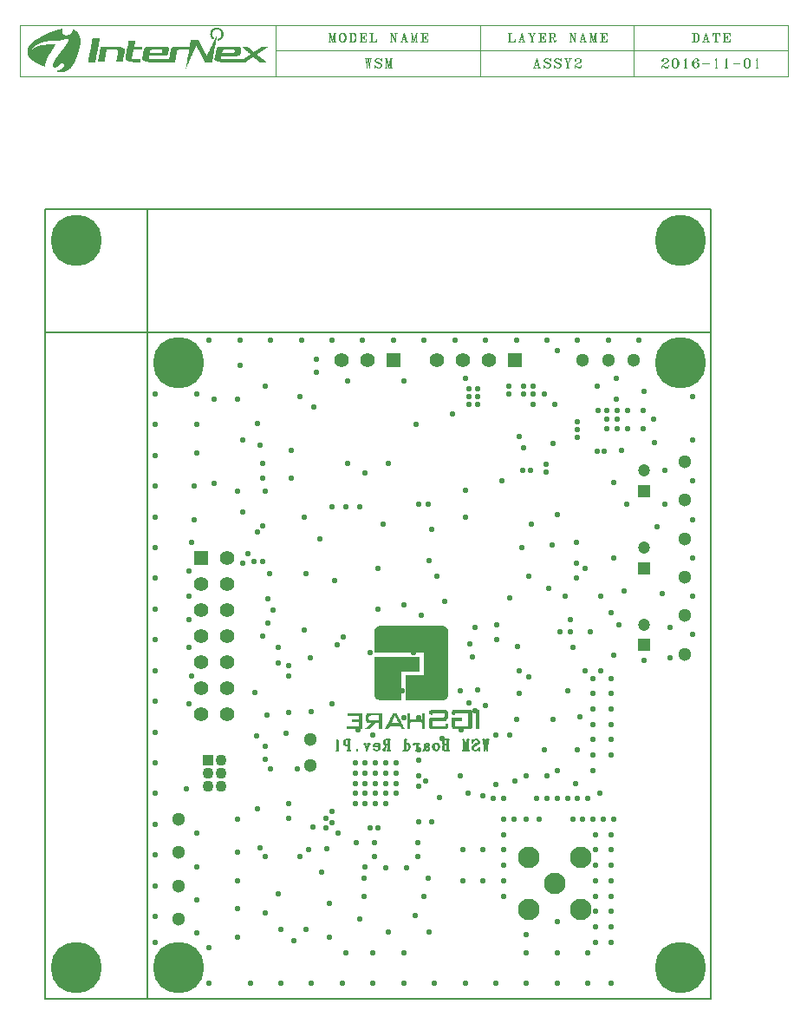
<source format=gbr>
%MOMM*%
%FSLAX33Y33*%
%ADD10C,0.200000*%
%ADD15C,0.100000*%
%ADD18C,1.400000*%
%ADD71R,1.200000X1.200000*%
%ADD20C,1.200000*%
%ADD138C,1.300000*%
%ADD148C,0.550000*%
%ADD149C,5.000000*%
%ADD150R,1.100000X1.100000*%
%ADD151C,1.100000*%
%ADD152R,1.400000X1.400000*%
%ADD153C,2.100000*%
%ADD179C,0.160930*%
G90*G71*G01*D02*G54D10*X000000Y000000D02*X065000Y000000D01*X065000Y077000D01*
X000000Y077000D01*X000000Y000000D01*X065000Y065000D02*X010000Y065000D01*
X010000Y000000D01*X010000Y065000D02*X010000Y077000D01*X010000Y065000D02*
X000000Y065000D01*D02*G54D15*X022500Y095000D02*X-002500Y095000D01*
X-002500Y090000D01*X022500Y090000D01*X022500Y092500D02*X072500Y092500D01*
X042500Y095000D02*X042500Y090000D01*X022500Y095000D02*X072500Y095000D01*
X072500Y090000D02*X022500Y090000D01*X022500Y095000D02*X022500Y090000D01*
X072500Y095000D02*X072500Y090000D01*X057500Y095000D02*X057500Y090000D01*
X060221Y091568D02*X060221Y091523D01*X060266Y091523D01*X060266Y091568D01*
X060221Y091568D01*X060221Y091614D02*X060266Y091614D01*X060312Y091568D01*
X060312Y091523D01*X060266Y091477D01*X060221Y091477D01*X060175Y091523D01*
X060175Y091568D01*X060221Y091659D01*X060266Y091705D01*X060403Y091735D01*
X060591Y091735D01*X060728Y091705D01*X060773Y091659D01*X060825Y091568D01*
X060825Y091477D01*X060773Y091402D01*X060637Y091311D01*X060403Y091220D01*
X060312Y091174D01*X060221Y091083D01*X060175Y090962D01*X060175Y090826D01*
X060728Y091659D02*X060773Y091568D01*X060773Y091477D01*X060728Y091402D01*
X060591Y091735D02*X060682Y091705D01*X060728Y091568D01*X060728Y091477D01*
X060682Y091402D01*X060591Y091311D01*X060403Y091220D01*X060175Y090917D02*
X060221Y090962D01*X060312Y090962D01*X060539Y090917D01*X060728Y090917D01*
X060825Y090962D01*X060312Y090962D02*X060539Y090871D01*X060728Y090871D01*
X060773Y090917D01*X060312Y090962D02*X060539Y090826D01*X060728Y090826D01*
X060773Y090871D01*X060825Y090962D01*X060825Y091038D01*X061448Y091735D02*
X061312Y091705D01*X061221Y091568D01*X061175Y091356D01*X061175Y091220D01*
X061221Y091008D01*X061312Y090871D01*X061448Y090826D01*X061546Y090826D01*
X061682Y090871D01*X061773Y091008D01*X061825Y091220D01*X061825Y091356D01*
X061773Y091568D01*X061682Y091705D01*X061546Y091735D01*X061448Y091735D01*
X061312Y091659D02*X061266Y091568D01*X061221Y091402D01*X061221Y091174D01*
X061266Y091008D01*X061312Y090917D01*X061682Y090917D02*X061728Y091008D01*
X061773Y091174D01*X061773Y091402D01*X061728Y091568D01*X061682Y091659D01*
X061448Y091735D02*X061357Y091705D01*X061312Y091614D01*X061266Y091402D01*
X061266Y091174D01*X061312Y090962D01*X061357Y090871D01*X061448Y090826D01*
X061546Y090826D02*X061637Y090871D01*X061682Y090962D01*X061728Y091174D01*
X061728Y091402D01*X061682Y091614D01*X061637Y091705D01*X061546Y091735D01*
X062468Y091659D02*X062468Y090826D01*X062494Y091659D02*X062494Y090871D01*
X062513Y091735D02*X062513Y090826D01*X062513Y091735D02*X062448Y091614D01*
X062409Y091568D01*X062390Y090826D02*X062598Y090826D01*X062468Y090871D02*
X062429Y090826D01*X062468Y090917D02*X062448Y090826D01*X062513Y090917D02*
X062533Y090826D01*X062513Y090871D02*X062552Y090826D01*X063682Y091614D02*
X063682Y091568D01*X063728Y091568D01*X063728Y091614D01*X063682Y091614D01*
X063728Y091659D02*X063682Y091659D01*X063637Y091614D01*X063637Y091568D01*
X063682Y091523D01*X063728Y091523D01*X063773Y091568D01*X063773Y091614D01*
X063728Y091705D01*X063637Y091735D01*X063500Y091735D01*X063357Y091705D01*
X063266Y091614D01*X063221Y091523D01*X063175Y091356D01*X063175Y091083D01*
X063221Y090962D01*X063312Y090871D01*X063448Y090826D01*X063546Y090826D01*
X063682Y090871D01*X063773Y090962D01*X063825Y091083D01*X063825Y091129D01*
X063773Y091265D01*X063682Y091356D01*X063546Y091402D01*X063448Y091402D01*
X063357Y091356D01*X063312Y091311D01*X063266Y091220D01*X063312Y091614D02*
X063266Y091523D01*X063221Y091356D01*X063221Y091083D01*X063266Y090962D01*
X063312Y090917D01*X063728Y090962D02*X063773Y091038D01*X063773Y091174D01*
X063728Y091265D01*X063500Y091735D02*X063403Y091705D01*X063357Y091659D01*
X063312Y091568D01*X063266Y091402D01*X063266Y091083D01*X063312Y090962D01*
X063357Y090871D01*X063448Y090826D01*X063546Y090826D02*X063637Y090871D01*
X063682Y090917D01*X063728Y091038D01*X063728Y091174D01*X063682Y091311D01*
X063637Y091356D01*X063546Y091402D01*X064175Y091265D02*X064825Y091265D01*
X064825Y091220D01*X064175Y091265D02*X064175Y091220D01*X064825Y091220D01*
X065468Y091659D02*X065468Y090826D01*X065494Y091659D02*X065494Y090871D01*
X065513Y091735D02*X065513Y090826D01*X065513Y091735D02*X065448Y091614D01*
X065409Y091568D01*X065390Y090826D02*X065598Y090826D01*X065468Y090871D02*
X065429Y090826D01*X065468Y090917D02*X065448Y090826D01*X065513Y090917D02*
X065533Y090826D01*X065513Y090871D02*X065552Y090826D01*X066468Y091659D02*
X066468Y090826D01*X066494Y091659D02*X066494Y090871D01*X066513Y091735D02*
X066513Y090826D01*X066513Y091735D02*X066448Y091614D01*X066409Y091568D01*
X066390Y090826D02*X066598Y090826D01*X066468Y090871D02*X066429Y090826D01*
X066468Y090917D02*X066448Y090826D01*X066513Y090917D02*X066533Y090826D01*
X066513Y090871D02*X066552Y090826D01*X067175Y091265D02*X067825Y091265D01*
X067825Y091220D01*X067175Y091265D02*X067175Y091220D01*X067825Y091220D01*
X068448Y091735D02*X068312Y091705D01*X068221Y091568D01*X068175Y091356D01*
X068175Y091220D01*X068221Y091008D01*X068312Y090871D01*X068448Y090826D01*
X068546Y090826D01*X068682Y090871D01*X068773Y091008D01*X068825Y091220D01*
X068825Y091356D01*X068773Y091568D01*X068682Y091705D01*X068546Y091735D01*
X068448Y091735D01*X068312Y091659D02*X068266Y091568D01*X068221Y091402D01*
X068221Y091174D01*X068266Y091008D01*X068312Y090917D01*X068682Y090917D02*
X068728Y091008D01*X068773Y091174D01*X068773Y091402D01*X068728Y091568D01*
X068682Y091659D01*X068448Y091735D02*X068357Y091705D01*X068312Y091614D01*
X068266Y091402D01*X068266Y091174D01*X068312Y090962D01*X068357Y090871D01*
X068448Y090826D01*X068546Y090826D02*X068637Y090871D01*X068682Y090962D01*
X068728Y091174D01*X068728Y091402D01*X068682Y091614D01*X068637Y091705D01*
X068546Y091735D01*X069468Y091659D02*X069468Y090826D01*X069494Y091659D02*
X069494Y090871D01*X069513Y091735D02*X069513Y090826D01*X069513Y091735D02*
X069448Y091614D01*X069409Y091568D01*X069390Y090826D02*X069598Y090826D01*
X069468Y090871D02*X069429Y090826D01*X069468Y090917D02*X069448Y090826D01*
X069513Y090917D02*X069533Y090826D01*X069513Y090871D02*X069552Y090826D01*
X063286Y094235D02*X063286Y093326D01*X063325Y094205D02*X063325Y093371D01*
X063364Y094235D02*X063364Y093326D01*X063175Y094235D02*X063552Y094235D01*
X063669Y094205D01*X063747Y094114D01*X063786Y094023D01*X063825Y093902D01*
X063825Y093674D01*X063786Y093538D01*X063747Y093462D01*X063669Y093371D01*
X063552Y093326D01*X063175Y093326D01*X063708Y094114D02*X063747Y094023D01*
X063786Y093902D01*X063786Y093674D01*X063747Y093538D01*X063708Y093462D01*
X063552Y094235D02*X063630Y094205D01*X063708Y094068D01*X063747Y093902D01*
X063747Y093674D01*X063708Y093508D01*X063630Y093371D01*X063552Y093326D01*
X063208Y094235D02*X063286Y094205D01*X063247Y094235D02*X063286Y094159D01*
X063403Y094235D02*X063364Y094159D01*X063442Y094235D02*X063364Y094205D01*
X063286Y093371D02*X063208Y093326D01*X063286Y093417D02*X063247Y093326D01*
X063364Y093417D02*X063403Y093326D01*X063364Y093371D02*X063442Y093326D01*
X064500Y094235D02*X064247Y093371D01*X064461Y094114D02*X064676Y093326D01*
X064500Y094114D02*X064715Y093326D01*X064500Y094235D02*X064747Y093326D01*
X064318Y093583D02*X064643Y093583D01*X064175Y093326D02*X064390Y093326D01*
X064572Y093326D02*X064825Y093326D01*X064247Y093371D02*X064207Y093326D01*
X064247Y093371D02*X064318Y093326D01*X064676Y093371D02*X064604Y093326D01*
X064676Y093417D02*X064643Y093326D01*X064715Y093417D02*X064786Y093326D01*
X065175Y094235D02*X065175Y093977D01*X065454Y094235D02*X065454Y093326D01*
X065500Y094205D02*X065500Y093371D01*X065539Y094235D02*X065539Y093326D01*
X065825Y094235D02*X065825Y093977D01*X065175Y094235D02*X065825Y094235D01*
X065338Y093326D02*X065656Y093326D01*X065214Y094235D02*X065175Y093977D01*
X065253Y094235D02*X065175Y094114D01*X065292Y094235D02*X065175Y094159D01*
X065376Y094235D02*X065175Y094205D01*X065617Y094235D02*X065825Y094205D01*
X065702Y094235D02*X065825Y094159D01*X065741Y094235D02*X065825Y094114D01*
X065780Y094235D02*X065825Y093977D01*X065454Y093371D02*X065376Y093326D01*
X065454Y093417D02*X065415Y093326D01*X065539Y093417D02*X065578Y093326D01*
X065539Y093371D02*X065617Y093326D01*X066292Y094235D02*X066292Y093326D01*
X066331Y094205D02*X066331Y093371D01*X066377Y094235D02*X066377Y093326D01*
X066175Y094235D02*X066825Y094235D01*X066825Y093977D01*X066377Y093811D02*
X066617Y093811D01*X066617Y093977D02*X066617Y093629D01*X066175Y093326D02*
X066825Y093326D01*X066825Y093583D01*X066214Y094235D02*X066292Y094205D01*
X066253Y094235D02*X066292Y094159D01*X066416Y094235D02*X066377Y094159D01*
X066455Y094235D02*X066377Y094205D01*X066617Y094235D02*X066825Y094205D01*
X066702Y094235D02*X066825Y094159D01*X066741Y094235D02*X066825Y094114D01*
X066780Y094235D02*X066825Y093977D01*X066617Y093977D02*X066578Y093811D01*
X066617Y093629D01*X066617Y093902D02*X066539Y093811D01*X066617Y093720D01*
X066617Y093856D02*X066455Y093811D01*X066617Y093765D01*X066292Y093371D02*
X066214Y093326D01*X066292Y093417D02*X066253Y093326D01*X066377Y093417D02*
X066416Y093326D01*X066377Y093371D02*X066455Y093326D01*X066617Y093326D02*
X066825Y093371D01*X066702Y093326D02*X066825Y093417D01*X066741Y093326D02*
X066825Y093462D01*X066780Y093326D02*X066825Y093583D01*X045305Y094235D02*
X045305Y093326D01*X045344Y094205D02*X045344Y093371D01*X045390Y094235D02*
X045390Y093326D01*X045175Y094235D02*X045520Y094235D01*X045175Y093326D02*
X045825Y093326D01*X045825Y093583D01*X045214Y094235D02*X045305Y094205D01*
X045260Y094235D02*X045305Y094159D01*X045435Y094235D02*X045390Y094159D01*
X045474Y094235D02*X045390Y094205D01*X045305Y093371D02*X045214Y093326D01*
X045305Y093417D02*X045260Y093326D01*X045390Y093417D02*X045435Y093326D01*
X045390Y093371D02*X045474Y093326D01*X045604Y093326D02*X045825Y093371D01*
X045689Y093326D02*X045825Y093417D01*X045734Y093326D02*X045825Y093462D01*
X045780Y093326D02*X045825Y093583D01*X046500Y094235D02*X046247Y093371D01*
X046461Y094114D02*X046676Y093326D01*X046500Y094114D02*X046715Y093326D01*
X046500Y094235D02*X046747Y093326D01*X046318Y093583D02*X046643Y093583D01*
X046175Y093326D02*X046390Y093326D01*X046572Y093326D02*X046825Y093326D01*
X046247Y093371D02*X046208Y093326D01*X046247Y093371D02*X046318Y093326D01*
X046676Y093371D02*X046604Y093326D01*X046676Y093417D02*X046643Y093326D01*
X046715Y093417D02*X046786Y093326D01*X047240Y094235D02*X047461Y093765D01*
X047461Y093326D01*X047273Y094235D02*X047494Y093765D01*X047494Y093371D01*
X047299Y094235D02*X047533Y093765D01*X047533Y093326D01*X047721Y094205D02*
X047533Y093765D01*X047175Y094235D02*X047403Y094235D01*X047624Y094235D02*
X047825Y094235D01*X047370Y093326D02*X047624Y093326D01*X047208Y094235D02*
X047273Y094205D01*X047370Y094235D02*X047299Y094205D01*X047663Y094235D02*
X047721Y094205D01*X047786Y094235D02*X047721Y094205D01*X047461Y093371D02*
X047403Y093326D01*X047461Y093417D02*X047429Y093326D01*X047533Y093417D02*
X047559Y093326D01*X047533Y093371D02*X047591Y093326D01*X048292Y094235D02*
X048292Y093326D01*X048331Y094205D02*X048331Y093371D01*X048377Y094235D02*
X048377Y093326D01*X048175Y094235D02*X048825Y094235D01*X048825Y093977D01*
X048377Y093811D02*X048617Y093811D01*X048617Y093977D02*X048617Y093629D01*
X048175Y093326D02*X048825Y093326D01*X048825Y093583D01*X048214Y094235D02*
X048292Y094205D01*X048253Y094235D02*X048292Y094159D01*X048416Y094235D02*
X048377Y094159D01*X048455Y094235D02*X048377Y094205D01*X048617Y094235D02*
X048825Y094205D01*X048702Y094235D02*X048825Y094159D01*X048741Y094235D02*
X048825Y094114D01*X048780Y094235D02*X048825Y093977D01*X048617Y093977D02*
X048578Y093811D01*X048617Y093629D01*X048617Y093902D02*X048539Y093811D01*
X048617Y093720D01*X048617Y093856D02*X048455Y093811D01*X048617Y093765D01*
X048292Y093371D02*X048214Y093326D01*X048292Y093417D02*X048253Y093326D01*
X048377Y093417D02*X048416Y093326D01*X048377Y093371D02*X048455Y093326D01*
X048617Y093326D02*X048825Y093371D01*X048702Y093326D02*X048825Y093417D01*
X048741Y093326D02*X048825Y093462D01*X048780Y093326D02*X048825Y093583D01*
X049279Y094235D02*X049279Y093326D01*X049318Y094205D02*X049318Y093371D01*
X049351Y094235D02*X049351Y093326D01*X049175Y094235D02*X049604Y094235D01*
X049715Y094205D01*X049747Y094159D01*X049786Y094068D01*X049786Y093977D01*
X049747Y093902D01*X049715Y093856D01*X049604Y093811D01*X049351Y093811D01*
X049715Y094159D02*X049747Y094068D01*X049747Y093977D01*X049715Y093902D01*
X049604Y094235D02*X049676Y094205D01*X049715Y094114D01*X049715Y093932D01*
X049676Y093856D01*X049604Y093811D01*X049494Y093811D02*X049572Y093765D01*
X049604Y093674D01*X049676Y093417D01*X049715Y093326D01*X049786Y093326D01*
X049825Y093417D01*X049825Y093508D01*X049676Y093508D02*X049715Y093417D01*
X049747Y093371D01*X049786Y093371D01*X049572Y093765D02*X049604Y093720D01*
X049715Y093462D01*X049747Y093417D01*X049786Y093417D01*X049825Y093462D01*
X049175Y093326D02*X049461Y093326D01*X049208Y094235D02*X049279Y094205D01*
X049247Y094235D02*X049279Y094159D01*X049390Y094235D02*X049351Y094159D01*
X049422Y094235D02*X049351Y094205D01*X049279Y093371D02*X049208Y093326D01*
X049279Y093417D02*X049247Y093326D01*X049351Y093417D02*X049390Y093326D01*
X049351Y093371D02*X049422Y093326D01*X051266Y094235D02*X051266Y093371D01*
X051266Y094235D02*X051721Y093326D01*X051305Y094235D02*X051689Y093462D01*
X051331Y094235D02*X051721Y093462D01*X051721Y094205D02*X051721Y093326D01*
X051175Y094235D02*X051331Y094235D01*X051630Y094235D02*X051825Y094235D01*
X051175Y093326D02*X051364Y093326D01*X051201Y094235D02*X051266Y094205D01*
X051663Y094235D02*X051721Y094205D01*X051793Y094235D02*X051721Y094205D01*
X051266Y093371D02*X051201Y093326D01*X051266Y093371D02*X051331Y093326D01*
X052500Y094235D02*X052247Y093371D01*X052461Y094114D02*X052676Y093326D01*
X052500Y094114D02*X052715Y093326D01*X052500Y094235D02*X052747Y093326D01*
X052318Y093583D02*X052643Y093583D01*X052175Y093326D02*X052390Y093326D01*
X052572Y093326D02*X052825Y093326D01*X052247Y093371D02*X052208Y093326D01*
X052247Y093371D02*X052318Y093326D01*X052676Y093371D02*X052604Y093326D01*
X052676Y093417D02*X052643Y093326D01*X052715Y093417D02*X052786Y093326D01*
X053260Y094235D02*X053260Y093371D01*X053260Y094235D02*X053468Y093326D01*
X053292Y094235D02*X053468Y093462D01*X053318Y094235D02*X053494Y093462D01*
X053676Y094235D02*X053468Y093326D01*X053676Y094235D02*X053676Y093326D01*
X053702Y094205D02*X053702Y093371D01*X053734Y094235D02*X053734Y093326D01*
X053175Y094235D02*X053318Y094235D01*X053676Y094235D02*X053825Y094235D01*
X053175Y093326D02*X053351Y093326D01*X053585Y093326D02*X053825Y093326D01*
X053201Y094235D02*X053260Y094205D01*X053760Y094235D02*X053734Y094159D01*
X053793Y094235D02*X053734Y094205D01*X053260Y093371D02*X053201Y093326D01*
X053260Y093371D02*X053318Y093326D01*X053676Y093371D02*X053617Y093326D01*
X053676Y093417D02*X053643Y093326D01*X053734Y093417D02*X053760Y093326D01*
X053734Y093371D02*X053793Y093326D01*X054292Y094235D02*X054292Y093326D01*
X054331Y094205D02*X054331Y093371D01*X054377Y094235D02*X054377Y093326D01*
X054175Y094235D02*X054825Y094235D01*X054825Y093977D01*X054377Y093811D02*
X054617Y093811D01*X054617Y093977D02*X054617Y093629D01*X054175Y093326D02*
X054825Y093326D01*X054825Y093583D01*X054214Y094235D02*X054292Y094205D01*
X054253Y094235D02*X054292Y094159D01*X054416Y094235D02*X054377Y094159D01*
X054455Y094235D02*X054377Y094205D01*X054617Y094235D02*X054825Y094205D01*
X054702Y094235D02*X054825Y094159D01*X054741Y094235D02*X054825Y094114D01*
X054780Y094235D02*X054825Y093977D01*X054617Y093977D02*X054578Y093811D01*
X054617Y093629D01*X054617Y093902D02*X054539Y093811D01*X054617Y093720D01*
X054617Y093856D02*X054455Y093811D01*X054617Y093765D01*X054292Y093371D02*
X054214Y093326D01*X054292Y093417D02*X054253Y093326D01*X054377Y093417D02*
X054416Y093326D01*X054377Y093371D02*X054455Y093326D01*X054617Y093326D02*
X054825Y093371D01*X054702Y093326D02*X054825Y093417D01*X054741Y093326D02*
X054825Y093462D01*X054780Y093326D02*X054825Y093583D01*X027760Y094235D02*
X027760Y093371D01*X027760Y094235D02*X027968Y093326D01*X027792Y094235D02*
X027968Y093462D01*X027818Y094235D02*X027994Y093462D01*X028176Y094235D02*
X027968Y093326D01*X028176Y094235D02*X028176Y093326D01*X028202Y094205D02*
X028202Y093371D01*X028234Y094235D02*X028234Y093326D01*X027675Y094235D02*
X027818Y094235D01*X028176Y094235D02*X028325Y094235D01*X027675Y093326D02*
X027851Y093326D01*X028085Y093326D02*X028325Y093326D01*X027701Y094235D02*
X027760Y094205D01*X028260Y094235D02*X028234Y094159D01*X028293Y094235D02*
X028234Y094205D01*X027760Y093371D02*X027701Y093326D01*X027760Y093371D02*
X027818Y093326D01*X028176Y093371D02*X028117Y093326D01*X028176Y093417D02*
X028143Y093326D01*X028234Y093417D02*X028260Y093326D01*X028234Y093371D02*
X028293Y093326D01*X028955Y094235D02*X028838Y094205D01*X028753Y094114D01*
X028714Y094023D01*X028675Y093856D01*X028675Y093720D01*X028714Y093538D01*
X028753Y093462D01*X028838Y093371D01*X028955Y093326D01*X029039Y093326D01*
X029163Y093371D01*X029241Y093462D01*X029280Y093538D01*X029325Y093720D01*
X029325Y093856D01*X029280Y094023D01*X029241Y094114D01*X029163Y094205D01*
X029039Y094235D01*X028955Y094235D01*X028792Y094114D02*X028753Y094023D01*
X028714Y093902D01*X028714Y093674D01*X028753Y093538D01*X028792Y093462D01*
X029202Y093462D02*X029241Y093538D01*X029280Y093674D01*X029280Y093902D01*
X029241Y094023D01*X029202Y094114D01*X028955Y094235D02*X028877Y094205D01*
X028792Y094068D01*X028753Y093902D01*X028753Y093674D01*X028792Y093508D01*
X028877Y093371D01*X028955Y093326D01*X029039Y093326D02*X029117Y093371D01*
X029202Y093508D01*X029241Y093674D01*X029241Y093902D01*X029202Y094068D01*
X029117Y094205D01*X029039Y094235D01*X029786Y094235D02*X029786Y093326D01*
X029825Y094205D02*X029825Y093371D01*X029864Y094235D02*X029864Y093326D01*
X029675Y094235D02*X030052Y094235D01*X030169Y094205D01*X030247Y094114D01*
X030286Y094023D01*X030325Y093902D01*X030325Y093674D01*X030286Y093538D01*
X030247Y093462D01*X030169Y093371D01*X030052Y093326D01*X029675Y093326D01*
X030208Y094114D02*X030247Y094023D01*X030286Y093902D01*X030286Y093674D01*
X030247Y093538D01*X030208Y093462D01*X030052Y094235D02*X030130Y094205D01*
X030208Y094068D01*X030247Y093902D01*X030247Y093674D01*X030208Y093508D01*
X030130Y093371D01*X030052Y093326D01*X029708Y094235D02*X029786Y094205D01*
X029747Y094235D02*X029786Y094159D01*X029903Y094235D02*X029864Y094159D01*
X029942Y094235D02*X029864Y094205D01*X029786Y093371D02*X029708Y093326D01*
X029786Y093417D02*X029747Y093326D01*X029864Y093417D02*X029903Y093326D01*
X029864Y093371D02*X029942Y093326D01*X030792Y094235D02*X030792Y093326D01*
X030831Y094205D02*X030831Y093371D01*X030877Y094235D02*X030877Y093326D01*
X030675Y094235D02*X031325Y094235D01*X031325Y093977D01*X030877Y093811D02*
X031117Y093811D01*X031117Y093977D02*X031117Y093629D01*X030675Y093326D02*
X031325Y093326D01*X031325Y093583D01*X030714Y094235D02*X030792Y094205D01*
X030753Y094235D02*X030792Y094159D01*X030916Y094235D02*X030877Y094159D01*
X030955Y094235D02*X030877Y094205D01*X031117Y094235D02*X031325Y094205D01*
X031202Y094235D02*X031325Y094159D01*X031241Y094235D02*X031325Y094114D01*
X031280Y094235D02*X031325Y093977D01*X031117Y093977D02*X031078Y093811D01*
X031117Y093629D01*X031117Y093902D02*X031039Y093811D01*X031117Y093720D01*
X031117Y093856D02*X030955Y093811D01*X031117Y093765D01*X030792Y093371D02*
X030714Y093326D01*X030792Y093417D02*X030753Y093326D01*X030877Y093417D02*
X030916Y093326D01*X030877Y093371D02*X030955Y093326D01*X031117Y093326D02*
X031325Y093371D01*X031202Y093326D02*X031325Y093417D01*X031241Y093326D02*
X031325Y093462D01*X031280Y093326D02*X031325Y093583D01*X031805Y094235D02*
X031805Y093326D01*X031844Y094205D02*X031844Y093371D01*X031890Y094235D02*
X031890Y093326D01*X031675Y094235D02*X032020Y094235D01*X031675Y093326D02*
X032325Y093326D01*X032325Y093583D01*X031714Y094235D02*X031805Y094205D01*
X031760Y094235D02*X031805Y094159D01*X031935Y094235D02*X031890Y094159D01*
X031974Y094235D02*X031890Y094205D01*X031805Y093371D02*X031714Y093326D01*
X031805Y093417D02*X031760Y093326D01*X031890Y093417D02*X031935Y093326D01*
X031890Y093371D02*X031974Y093326D01*X032104Y093326D02*X032325Y093371D01*
X032188Y093326D02*X032325Y093417D01*X032234Y093326D02*X032325Y093462D01*
X032280Y093326D02*X032325Y093583D01*X033766Y094235D02*X033766Y093371D01*
X033766Y094235D02*X034221Y093326D01*X033805Y094235D02*X034189Y093462D01*
X033831Y094235D02*X034221Y093462D01*X034221Y094205D02*X034221Y093326D01*
X033675Y094235D02*X033831Y094235D01*X034130Y094235D02*X034325Y094235D01*
X033675Y093326D02*X033864Y093326D01*X033701Y094235D02*X033766Y094205D01*
X034163Y094235D02*X034221Y094205D01*X034293Y094235D02*X034221Y094205D01*
X033766Y093371D02*X033701Y093326D01*X033766Y093371D02*X033831Y093326D01*
X035000Y094235D02*X034747Y093371D01*X034961Y094114D02*X035176Y093326D01*
X035000Y094114D02*X035215Y093326D01*X035000Y094235D02*X035247Y093326D01*
X034818Y093583D02*X035143Y093583D01*X034675Y093326D02*X034890Y093326D01*
X035072Y093326D02*X035325Y093326D01*X034747Y093371D02*X034708Y093326D01*
X034747Y093371D02*X034818Y093326D01*X035176Y093371D02*X035104Y093326D01*
X035176Y093417D02*X035143Y093326D01*X035215Y093417D02*X035286Y093326D01*
X035760Y094235D02*X035760Y093371D01*X035760Y094235D02*X035968Y093326D01*
X035792Y094235D02*X035968Y093462D01*X035818Y094235D02*X035994Y093462D01*
X036176Y094235D02*X035968Y093326D01*X036176Y094235D02*X036176Y093326D01*
X036202Y094205D02*X036202Y093371D01*X036234Y094235D02*X036234Y093326D01*
X035675Y094235D02*X035818Y094235D01*X036176Y094235D02*X036325Y094235D01*
X035675Y093326D02*X035851Y093326D01*X036085Y093326D02*X036325Y093326D01*
X035701Y094235D02*X035760Y094205D01*X036260Y094235D02*X036234Y094159D01*
X036293Y094235D02*X036234Y094205D01*X035760Y093371D02*X035701Y093326D01*
X035760Y093371D02*X035818Y093326D01*X036176Y093371D02*X036117Y093326D01*
X036176Y093417D02*X036143Y093326D01*X036234Y093417D02*X036260Y093326D01*
X036234Y093371D02*X036293Y093326D01*X036792Y094235D02*X036792Y093326D01*
X036831Y094205D02*X036831Y093371D01*X036877Y094235D02*X036877Y093326D01*
X036675Y094235D02*X037325Y094235D01*X037325Y093977D01*X036877Y093811D02*
X037117Y093811D01*X037117Y093977D02*X037117Y093629D01*X036675Y093326D02*
X037325Y093326D01*X037325Y093583D01*X036714Y094235D02*X036792Y094205D01*
X036753Y094235D02*X036792Y094159D01*X036916Y094235D02*X036877Y094159D01*
X036955Y094235D02*X036877Y094205D01*X037117Y094235D02*X037325Y094205D01*
X037202Y094235D02*X037325Y094159D01*X037241Y094235D02*X037325Y094114D01*
X037280Y094235D02*X037325Y093977D01*X037117Y093977D02*X037078Y093811D01*
X037117Y093629D01*X037117Y093902D02*X037039Y093811D01*X037117Y093720D01*
X037117Y093856D02*X036955Y093811D01*X037117Y093765D01*X036792Y093371D02*
X036714Y093326D01*X036792Y093417D02*X036753Y093326D01*X036877Y093417D02*
X036916Y093326D01*X036877Y093371D02*X036955Y093326D01*X037117Y093326D02*
X037325Y093371D01*X037202Y093326D02*X037325Y093417D01*X037241Y093326D02*
X037325Y093462D01*X037280Y093326D02*X037325Y093583D01*X031260Y091735D02*
X031377Y090826D01*X031292Y091735D02*X031377Y091038D01*X031377Y090826D01*
X031318Y091735D02*X031409Y091038D01*X031500Y091735D02*X031409Y091038D01*
X031377Y090826D01*X031500Y091735D02*X031617Y090826D01*X031526Y091735D02*
X031617Y091038D01*X031617Y090826D01*X031559Y091735D02*X031643Y091038D01*
X031734Y091705D02*X031643Y091038D01*X031617Y090826D01*X031175Y091735D02*
X031409Y091735D01*X031500Y091735D02*X031559Y091735D01*X031643Y091735D02*
X031825Y091735D01*X031201Y091735D02*X031292Y091705D01*X031234Y091735D02*
X031292Y091659D01*X031351Y091735D02*X031318Y091659D01*X031377Y091735D02*
X031318Y091705D01*X031676Y091735D02*X031734Y091705D01*X031793Y091735D02*
X031734Y091705D01*X032773Y091614D02*X032825Y091735D01*X032825Y091477D01*
X032773Y091614D01*X032682Y091705D01*X032539Y091735D01*X032403Y091735D01*
X032266Y091705D01*X032175Y091614D01*X032175Y091477D01*X032221Y091402D01*
X032357Y091311D01*X032636Y091220D01*X032728Y091174D01*X032773Y091083D01*
X032773Y090962D01*X032728Y090871D01*X032221Y091477D02*X032266Y091402D01*
X032357Y091356D01*X032636Y091265D01*X032728Y091220D01*X032773Y091129D01*
X032266Y091705D02*X032221Y091614D01*X032221Y091523D01*X032266Y091432D01*
X032357Y091402D01*X032636Y091311D01*X032773Y091220D01*X032825Y091129D01*
X032825Y091008D01*X032773Y090917D01*X032728Y090871D01*X032591Y090826D01*
X032448Y090826D01*X032312Y090871D01*X032221Y090962D01*X032175Y091083D01*
X032175Y090826D01*X032221Y090962D01*X033260Y091735D02*X033260Y090871D01*
X033260Y091735D02*X033468Y090826D01*X033292Y091735D02*X033468Y090962D01*
X033318Y091735D02*X033494Y090962D01*X033676Y091735D02*X033468Y090826D01*
X033676Y091735D02*X033676Y090826D01*X033702Y091705D02*X033702Y090871D01*
X033734Y091735D02*X033734Y090826D01*X033175Y091735D02*X033318Y091735D01*
X033676Y091735D02*X033825Y091735D01*X033175Y090826D02*X033351Y090826D01*
X033585Y090826D02*X033825Y090826D01*X033201Y091735D02*X033260Y091705D01*
X033760Y091735D02*X033734Y091659D01*X033793Y091735D02*X033734Y091705D01*
X033260Y090871D02*X033201Y090826D01*X033260Y090871D02*X033318Y090826D01*
X033676Y090871D02*X033617Y090826D01*X033676Y090917D02*X033643Y090826D01*
X033734Y090917D02*X033760Y090826D01*X033734Y090871D02*X033793Y090826D01*
X048000Y091735D02*X047747Y090871D01*X047961Y091614D02*X048176Y090826D01*
X048000Y091614D02*X048215Y090826D01*X048000Y091735D02*X048247Y090826D01*
X047818Y091083D02*X048143Y091083D01*X047675Y090826D02*X047890Y090826D01*
X048072Y090826D02*X048325Y090826D01*X047747Y090871D02*X047708Y090826D01*
X047747Y090871D02*X047818Y090826D01*X048176Y090871D02*X048104Y090826D01*
X048176Y090917D02*X048143Y090826D01*X048215Y090917D02*X048286Y090826D01*
X049273Y091614D02*X049325Y091735D01*X049325Y091477D01*X049273Y091614D01*
X049182Y091705D01*X049039Y091735D01*X048903Y091735D01*X048766Y091705D01*
X048675Y091614D01*X048675Y091477D01*X048721Y091402D01*X048857Y091311D01*
X049137Y091220D01*X049228Y091174D01*X049273Y091083D01*X049273Y090962D01*
X049228Y090871D01*X048721Y091477D02*X048766Y091402D01*X048857Y091356D01*
X049137Y091265D01*X049228Y091220D01*X049273Y091129D01*X048766Y091705D02*
X048721Y091614D01*X048721Y091523D01*X048766Y091432D01*X048857Y091402D01*
X049137Y091311D01*X049273Y091220D01*X049325Y091129D01*X049325Y091008D01*
X049273Y090917D01*X049228Y090871D01*X049091Y090826D01*X048948Y090826D01*
X048812Y090871D01*X048721Y090962D01*X048675Y091083D01*X048675Y090826D01*
X048721Y090962D01*X050273Y091614D02*X050325Y091735D01*X050325Y091477D01*
X050273Y091614D01*X050182Y091705D01*X050039Y091735D01*X049903Y091735D01*
X049766Y091705D01*X049675Y091614D01*X049675Y091477D01*X049721Y091402D01*
X049857Y091311D01*X050137Y091220D01*X050228Y091174D01*X050273Y091083D01*
X050273Y090962D01*X050228Y090871D01*X049721Y091477D02*X049766Y091402D01*
X049857Y091356D01*X050137Y091265D01*X050228Y091220D01*X050273Y091129D01*
X049766Y091705D02*X049721Y091614D01*X049721Y091523D01*X049766Y091432D01*
X049857Y091402D01*X050137Y091311D01*X050273Y091220D01*X050325Y091129D01*
X050325Y091008D01*X050273Y090917D01*X050228Y090871D01*X050091Y090826D01*
X049948Y090826D01*X049812Y090871D01*X049721Y090962D01*X049675Y091083D01*
X049675Y090826D01*X049721Y090962D01*X050740Y091735D02*X050961Y091265D01*
X050961Y090826D01*X050773Y091735D02*X050994Y091265D01*X050994Y090871D01*
X050799Y091735D02*X051033Y091265D01*X051033Y090826D01*X051221Y091705D02*
X051033Y091265D01*X050675Y091735D02*X050903Y091735D01*X051124Y091735D02*
X051325Y091735D01*X050870Y090826D02*X051124Y090826D01*X050708Y091735D02*
X050773Y091705D01*X050870Y091735D02*X050799Y091705D01*X051163Y091735D02*
X051221Y091705D01*X051286Y091735D02*X051221Y091705D01*X050961Y090871D02*
X050903Y090826D01*X050961Y090917D02*X050929Y090826D01*X051033Y090917D02*
X051059Y090826D01*X051033Y090871D02*X051091Y090826D01*X051721Y091568D02*
X051721Y091523D01*X051766Y091523D01*X051766Y091568D01*X051721Y091568D01*
X051721Y091614D02*X051766Y091614D01*X051812Y091568D01*X051812Y091523D01*
X051766Y091477D01*X051721Y091477D01*X051675Y091523D01*X051675Y091568D01*
X051721Y091659D01*X051766Y091705D01*X051903Y091735D01*X052091Y091735D01*
X052228Y091705D01*X052273Y091659D01*X052325Y091568D01*X052325Y091477D01*
X052273Y091402D01*X052137Y091311D01*X051903Y091220D01*X051812Y091174D01*
X051721Y091083D01*X051675Y090962D01*X051675Y090826D01*X052228Y091659D02*
X052273Y091568D01*X052273Y091477D01*X052228Y091402D01*X052091Y091735D02*
X052182Y091705D01*X052228Y091568D01*X052228Y091477D01*X052182Y091402D01*
X052091Y091311D01*X051903Y091220D01*X051675Y090917D02*X051721Y090962D01*
X051812Y090962D01*X052039Y090917D01*X052228Y090917D01*X052325Y090962D01*
X051812Y090962D02*X052039Y090871D01*X052228Y090871D01*X052273Y090917D01*
X051812Y090962D02*X052039Y090826D01*X052228Y090826D01*X052273Y090871D01*
X052325Y090962D01*X052325Y091038D01*X000000Y000000D02*D02*G54D18*
X015250Y030300D03*X015250Y027760D03*X017790Y030300D03*X017790Y027760D03*
X015250Y035380D03*X015250Y032840D03*X017790Y035380D03*X017790Y032840D03*
X015250Y040460D03*X015250Y037920D03*X017790Y040460D03*X017790Y037920D03*
X017790Y043000D03*X028960Y062250D03*X031500Y062250D03*X040790Y062250D03*
X043330Y062250D03*X038250Y062250D03*D02*G54D71*X058500Y034500D03*
X058500Y042000D03*X058500Y049500D03*D02*G54D20*X058500Y036500D03*
X058500Y044000D03*X058500Y051500D03*D02*G54D138*X013000Y007750D03*
X013000Y011000D03*X013000Y017500D03*X013000Y014250D03*X025875Y022750D03*
X025875Y025250D03*X062500Y033625D03*X062500Y037375D03*X062500Y041125D03*
X062500Y044875D03*X062500Y048625D03*X062500Y052375D03*X057500Y062250D03*
X055000Y062250D03*X052500Y062250D03*D02*G54D148*X014750Y006375D03*
X010750Y005500D03*X016000Y001500D03*X016000Y005000D03*X024250Y005625D03*
X020000Y001500D03*X023000Y001500D03*X026000Y001500D03*X018750Y006000D03*
X023000Y006750D03*X025500Y006750D03*X027750Y006000D03*X032000Y004500D03*
X032000Y001500D03*X029000Y001500D03*X033500Y006500D03*X029375Y004500D03*
X037500Y006500D03*X035000Y004500D03*X041000Y001500D03*X038000Y001500D03*
X035000Y001500D03*X047000Y006250D03*X050000Y004500D03*X047000Y004500D03*
X047000Y001500D03*X050000Y001500D03*X044000Y001500D03*X053750Y005500D03*
X053750Y007000D03*X055250Y001500D03*X055250Y005500D03*X055250Y007000D03*
X053000Y004500D03*X053000Y001500D03*X014750Y012875D03*X014750Y009625D03*
X010750Y011000D03*X010750Y008000D03*X018750Y011500D03*X018750Y008750D03*
X022750Y010250D03*X021500Y008375D03*X027000Y012375D03*X031125Y009925D03*
X031125Y011750D03*X031250Y012875D03*X027750Y009250D03*X030750Y007750D03*
X033250Y012750D03*X036125Y008075D03*X037375Y011750D03*X037000Y010000D03*
X042750Y011500D03*X040750Y011500D03*X035250Y012750D03*X044750Y010000D03*
X044750Y011500D03*X050000Y007500D03*X053750Y008500D03*X053750Y010000D03*
X053750Y011500D03*X055250Y008500D03*X055250Y010000D03*X055250Y011500D03*
X014750Y016125D03*X010750Y017000D03*X010750Y014000D03*X025750Y014500D03*
X021500Y013875D03*X024875Y013875D03*X023750Y017625D03*X018750Y017500D03*
X020750Y018500D03*X018750Y014250D03*X021000Y014750D03*X026125Y016750D03*
X032125Y015250D03*X028625Y016125D03*X028000Y017125D03*X031750Y016625D03*
X032500Y016625D03*X027375Y016625D03*X027375Y017600D03*X028000Y018250D03*
X032125Y013875D03*X027500Y014625D03*X030375Y015250D03*X036375Y015250D03*
X036375Y013875D03*X040750Y014500D03*X042750Y014500D03*X037750Y017250D03*
X036500Y017250D03*X044750Y017500D03*X044750Y013000D03*X044750Y014500D03*
X051500Y017500D03*X048250Y017500D03*X045750Y017500D03*X047000Y017500D03*
X044750Y016000D03*X053750Y013000D03*X053750Y014500D03*X053750Y016000D03*
X055250Y013000D03*X055250Y014500D03*X055250Y016000D03*X055500Y017500D03*
X054500Y017500D03*X053500Y017500D03*X052500Y017500D03*X010750Y023000D03*
X010750Y020000D03*X013750Y020500D03*X023750Y019000D03*X022000Y022375D03*
X024625Y022375D03*X021500Y023375D03*X034250Y021000D03*X032250Y023000D03*
X031250Y021000D03*X032250Y019000D03*X032250Y020000D03*X033250Y023000D03*
X034250Y023000D03*X034250Y022000D03*X033250Y022000D03*X030250Y023000D03*
X031250Y023000D03*X030250Y022000D03*X030250Y021000D03*X031250Y022000D03*
X030250Y019000D03*X030250Y020000D03*X031250Y019000D03*X031250Y020000D03*
X034250Y020000D03*X033250Y020000D03*X033250Y019000D03*X033250Y021000D03*
X032250Y022000D03*X032250Y021000D03*X036500Y021750D03*X037125Y021250D03*
X036500Y023250D03*X036500Y024250D03*X040500Y021750D03*X042750Y019750D03*
X041250Y020000D03*X038500Y019625D03*X036500Y020750D03*X044000Y020875D03*
X050050Y022250D03*X045875Y021200D03*X050000Y019500D03*X049000Y019500D03*
X048000Y019500D03*X044750Y019500D03*X051000Y019500D03*X043750Y019500D03*
X048750Y024250D03*X049000Y021750D03*X047000Y021750D03*X054200Y020000D03*
X053000Y019500D03*X052000Y019500D03*X055250Y023750D03*X052000Y024250D03*
X051750Y021000D03*X053500Y022250D03*X053500Y023750D03*X010750Y029000D03*
X010750Y026000D03*X014000Y028750D03*X020500Y029875D03*X026000Y028000D03*
X023500Y025875D03*X020625Y025625D03*X021625Y027625D03*X023750Y027875D03*
X021500Y024625D03*X032000Y025750D03*X028000Y028750D03*X030500Y026250D03*
X034875Y030000D03*X036375Y029375D03*X036500Y027375D03*X040625Y026250D03*
X042250Y030095D03*X043000Y028625D03*X042000Y028125D03*X038750Y025375D03*
X041375Y028875D03*X040500Y030000D03*X035000Y027375D03*X045375Y025750D03*
X044000Y025750D03*X046000Y027250D03*X046250Y029750D03*X051000Y030000D03*
X049625Y027250D03*X055250Y025250D03*X055250Y026750D03*X055250Y028250D03*
X055250Y029750D03*X052250Y027500D03*X053500Y025250D03*X053500Y026750D03*
X053500Y028250D03*X053500Y029750D03*X010750Y035000D03*X010750Y032000D03*
X014000Y034250D03*X014250Y031500D03*X025875Y033250D03*X023750Y032500D03*
X022750Y034250D03*X023750Y031500D03*X022750Y032750D03*X021250Y035375D03*
X033375Y034625D03*X028500Y034500D03*X031750Y033750D03*X029125Y035250D03*
X034875Y034625D03*X039000Y032500D03*X039000Y033250D03*X037500Y032500D03*
X038875Y031125D03*X041500Y034625D03*X036000Y033750D03*X041750Y033375D03*
X051250Y035750D03*X047250Y031365D03*X046150Y034375D03*X044125Y035000D03*
X046250Y032000D03*X051500Y034250D03*X050250Y035750D03*X052750Y032000D03*
X054250Y032000D03*X055250Y031250D03*X053250Y035750D03*X055500Y033500D03*
X058500Y033000D03*X053500Y031250D03*X063250Y035500D03*X061000Y033250D03*
X010750Y041000D03*X010750Y038000D03*X014000Y039250D03*X014000Y037000D03*
X021750Y036625D03*X021750Y039000D03*X021875Y041500D03*X025250Y036000D03*
X025500Y041500D03*X022250Y037875D03*X032500Y038000D03*X028250Y040750D03*
X034875Y036125D03*X036750Y037375D03*X042000Y036250D03*X035000Y038375D03*
X038250Y041250D03*X039000Y038750D03*X045375Y039125D03*X051250Y037000D03*
X050750Y039250D03*X049125Y040000D03*X044125Y036500D03*X047250Y041250D03*
X051875Y041000D03*X056000Y036500D03*X056500Y039750D03*X054250Y039250D03*
X055250Y037650D03*X063250Y039250D03*X061000Y036250D03*X060250Y039500D03*
X010750Y047000D03*X010750Y044000D03*X014500Y046750D03*X014250Y044500D03*
X014000Y041750D03*X021250Y042625D03*X021250Y046125D03*X020375Y042625D03*
X020750Y045500D03*X019250Y042500D03*X019750Y043375D03*X025250Y047000D03*
X033000Y046250D03*X032500Y042000D03*X026845Y044875D03*X037500Y042750D03*
X037750Y045750D03*X041000Y047000D03*X047500Y046250D03*X049500Y044250D03*
X046500Y044000D03*X050000Y047250D03*X051875Y044500D03*X051875Y042500D03*
X052750Y042000D03*X055500Y043000D03*X059750Y046000D03*X063250Y046750D03*
X063250Y043000D03*X016500Y050250D03*X010750Y053000D03*X010750Y050000D03*
X014500Y050000D03*X021250Y050750D03*X024000Y050750D03*X019250Y047500D03*
X021500Y049500D03*X018750Y049500D03*X021250Y052250D03*X033500Y052250D03*
X029500Y052250D03*X031250Y051250D03*X028000Y048000D03*X030750Y048000D03*
X029375Y048000D03*X036500Y048250D03*X037375Y048250D03*X041000Y049625D03*
X048875Y051375D03*X048875Y052125D03*X047375Y051500D03*X046625Y051500D03*
X044625Y050500D03*X056750Y048250D03*X055500Y050375D03*X063250Y050500D03*
X060500Y048250D03*X060500Y051500D03*X016500Y058500D03*X010750Y056000D03*
X014750Y056000D03*X014750Y053250D03*X026250Y057750D03*X024000Y053500D03*
X018750Y058500D03*X019250Y054500D03*X021000Y054000D03*X024875Y058750D03*
X020750Y056125D03*X039750Y057000D03*X036250Y056000D03*X041375Y058750D03*
X042250Y058000D03*X041375Y058000D03*X042250Y058750D03*X049625Y054125D03*
X046250Y054875D03*X049750Y058000D03*X046750Y053750D03*X047625Y058000D03*
X052000Y055500D03*X058375Y057375D03*X058375Y055625D03*X059375Y056500D03*
X052000Y054750D03*X052000Y056250D03*X056250Y053500D03*X059500Y054250D03*
X055750Y058500D03*X054000Y057375D03*X054625Y053375D03*X053875Y053375D03*
X054875Y055625D03*X054875Y057375D03*X054875Y056500D03*X055875Y056500D03*
X056875Y057375D03*X056875Y055625D03*X055875Y055625D03*X055875Y057375D03*
X063250Y058750D03*X063250Y054500D03*X016000Y064250D03*X010750Y059000D03*
X014750Y059000D03*X026500Y062385D03*X026500Y061115D03*X019000Y064250D03*
X022000Y064250D03*X025000Y064250D03*X019000Y061750D03*X021500Y059750D03*
X028000Y064250D03*X031000Y064250D03*X034000Y064250D03*X029500Y060250D03*
X037000Y064250D03*X040000Y064250D03*X043000Y064250D03*X041000Y060500D03*
X035000Y060250D03*X041375Y059500D03*X042250Y059500D03*X048750Y059000D03*
X050000Y063250D03*X046000Y064250D03*X049000Y064250D03*X046750Y059000D03*
X047625Y059000D03*X046750Y059750D03*X047625Y059750D03*X045250Y059000D03*
X045250Y059750D03*X053875Y059750D03*X052000Y064250D03*X055000Y064250D03*
X058000Y064250D03*X058500Y059250D03*X055750Y060500D03*D02*G54D149*
X003000Y003000D03*X013000Y003000D03*X062000Y003000D03*X013000Y062000D03*
X062000Y062000D03*X003000Y074000D03*X062000Y074000D03*D02*G54D150*
X015865Y023290D03*D02*G54D151*X017135Y023290D03*X017135Y022020D03*
X015865Y022020D03*X017135Y020750D03*X015865Y020750D03*D02*G54D152*
X015250Y043000D03*X034040Y062250D03*X045870Y062250D03*D02*G54D153*
X049750Y011250D03*X047210Y013790D03*X052290Y013790D03*X052290Y008710D03*
X047210Y008710D03*D02*G54D179*X043236Y025276D02*X043123Y024179D01*
X043204Y025276D02*X043123Y024435D01*X043123Y024179D01*X043179Y025276D02*
X043091Y024435D01*X043003Y025276D02*X043091Y024435D01*X043123Y024179D01*
X043003Y025276D02*X042890Y024179D01*X042978Y025276D02*X042890Y024435D01*
X042890Y024179D01*X042947Y025276D02*X042865Y024435D01*X042777Y025239D02*
X042865Y024435D01*X042890Y024179D01*X043317Y025276D02*X043091Y025276D01*
X043003Y025276D02*X042947Y025276D01*X042865Y025276D02*X042690Y025276D01*
X043292Y025276D02*X043204Y025239D01*X043261Y025276D02*X043204Y025184D01*
X043148Y025276D02*X043179Y025184D01*X043123Y025276D02*X043179Y025239D01*
X042834Y025276D02*X042777Y025239D01*X042721Y025276D02*X042777Y025239D01*
X041774Y025130D02*X041724Y025276D01*X041724Y024965D01*X041774Y025130D01*
X041862Y025239D01*X042000Y025276D01*X042132Y025276D01*X042264Y025239D01*
X042352Y025130D01*X042352Y024965D01*X042308Y024874D01*X042176Y024764D01*
X041906Y024654D01*X041818Y024599D01*X041774Y024490D01*X041774Y024343D01*
X041818Y024233D01*X042308Y024965D02*X042264Y024874D01*X042176Y024819D01*
X041906Y024709D01*X041818Y024654D01*X041774Y024544D01*X042264Y025239D02*
X042308Y025130D01*X042308Y025020D01*X042264Y024910D01*X042176Y024874D01*
X041906Y024764D01*X041774Y024654D01*X041724Y024544D01*X041724Y024398D01*
X041774Y024288D01*X041818Y024233D01*X041950Y024179D01*X042088Y024179D01*
X042220Y024233D01*X042308Y024343D01*X042352Y024490D01*X042352Y024179D01*
X042308Y024343D01*X041304Y025276D02*X041304Y024233D01*X041304Y025276D02*
X041104Y024179D01*X041273Y025276D02*X041104Y024343D01*X041248Y025276D02*
X041079Y024343D01*X040903Y025276D02*X041104Y024179D01*X040903Y025276D02*
X040903Y024179D01*X040878Y025239D02*X040878Y024233D01*X040846Y025276D02*
X040846Y024179D01*X041386Y025276D02*X041248Y025276D01*X040903Y025276D02*
X040758Y025276D01*X041386Y024179D02*X041217Y024179D01*X040991Y024179D02*
X040758Y024179D01*X041361Y025276D02*X041304Y025239D01*X040821Y025276D02*
X040846Y025184D01*X040790Y025276D02*X040846Y025239D01*X041304Y024233D02*
X041361Y024179D01*X041304Y024233D02*X041248Y024179D01*X040903Y024233D02*
X040959Y024179D01*X040903Y024288D02*X040934Y024179D01*X040846Y024288D02*
X040821Y024179D01*X040846Y024233D02*X040790Y024179D01*X039348Y025276D02*
X039348Y024179D01*X039311Y025239D02*X039311Y024233D01*X039273Y025276D02*
X039273Y024179D01*X039455Y025276D02*X039016Y025276D01*X038903Y025239D01*
X038871Y025184D01*X038827Y025075D01*X038827Y024965D01*X038871Y024874D01*
X038903Y024819D01*X039016Y024764D01*X038903Y025184D02*X038871Y025075D01*
X038871Y024965D01*X038903Y024874D01*X039016Y025276D02*X038940Y025239D01*
X038903Y025130D01*X038903Y024910D01*X038940Y024819D01*X039016Y024764D01*
X039273Y024764D02*X039016Y024764D01*X038903Y024709D01*X038871Y024654D01*
X038827Y024544D01*X038827Y024398D01*X038871Y024288D01*X038903Y024233D01*
X039016Y024179D01*X039455Y024179D01*X038903Y024654D02*X038871Y024544D01*
X038871Y024398D01*X038903Y024288D01*X039016Y024764D02*X038940Y024709D01*
X038903Y024599D01*X038903Y024343D01*X038940Y024233D01*X039016Y024179D01*
X039424Y025276D02*X039348Y025239D01*X039386Y025276D02*X039348Y025184D01*
X039235Y025276D02*X039273Y025184D01*X039198Y025276D02*X039273Y025239D01*
X039348Y024233D02*X039424Y024179D01*X039348Y024288D02*X039386Y024179D01*
X039273Y024288D02*X039235Y024179D01*X039273Y024233D02*X039198Y024179D01*
X038226Y024910D02*X038358Y024874D01*X038445Y024764D01*X038489Y024599D01*
X038489Y024490D01*X038445Y024343D01*X038358Y024233D01*X038226Y024179D01*
X038132Y024179D01*X038000Y024233D01*X037912Y024343D01*X037862Y024490D01*
X037862Y024599D01*X037912Y024764D01*X038000Y024874D01*X038132Y024910D01*
X038226Y024910D01*X038401Y024764D02*X038445Y024654D01*X038445Y024435D01*
X038401Y024343D01*X037956Y024343D02*X037912Y024435D01*X037912Y024654D01*
X037956Y024764D01*X038226Y024910D02*X038314Y024874D01*X038358Y024819D01*
X038401Y024654D01*X038401Y024435D01*X038358Y024288D01*X038314Y024233D01*
X038226Y024179D01*X038132Y024179D02*X038044Y024233D01*X038000Y024288D01*
X037956Y024435D01*X037956Y024654D01*X038000Y024819D01*X038044Y024874D01*
X038132Y024910D01*X037442Y024764D02*X037442Y024819D01*X037405Y024819D01*
X037405Y024709D01*X037486Y024709D01*X037486Y024819D01*X037442Y024874D01*
X037361Y024910D01*X037191Y024910D01*X037110Y024874D01*X037066Y024819D01*
X037028Y024709D01*X037028Y024343D01*X036984Y024233D01*X036940Y024179D01*
X037110Y024819D02*X037066Y024709D01*X037066Y024343D01*X037028Y024233D01*
X037191Y024910D02*X037147Y024874D01*X037110Y024764D01*X037110Y024343D01*
X037066Y024233D01*X036940Y024179D01*X036896Y024179D01*X037110Y024654D02*
X037147Y024599D01*X037361Y024544D01*X037486Y024490D01*X037524Y024398D01*
X037524Y024343D01*X037486Y024233D01*X037361Y024179D01*X037235Y024179D01*
X037147Y024233D01*X037110Y024343D01*X037442Y024490D02*X037486Y024398D01*
X037486Y024343D01*X037442Y024233D01*X037147Y024599D02*X037317Y024544D01*
X037405Y024490D01*X037442Y024398D01*X037442Y024343D01*X037405Y024233D01*
X037361Y024179D01*X036420Y024910D02*X036420Y024179D01*X036370Y024874D02*
X036370Y024233D01*X036558Y024910D02*X036320Y024910D01*X036320Y024179D01*
X035981Y024819D02*X035981Y024874D01*X036031Y024874D01*X036031Y024764D01*
X035931Y024764D01*X035931Y024874D01*X035981Y024910D01*X036081Y024910D01*
X036175Y024874D01*X036269Y024764D01*X036320Y024599D01*X036558Y024179D02*
X036175Y024179D01*X036514Y024910D02*X036420Y024874D01*X036464Y024910D02*
X036420Y024819D01*X036420Y024233D02*X036514Y024179D01*X036420Y024288D02*
X036464Y024179D01*X036320Y024288D02*X036269Y024179D01*X036320Y024233D02*
X036226Y024179D01*X035166Y025276D02*X035166Y024179D01*X034965Y024179D01*
X035122Y025239D02*X035122Y024233D01*X035279Y025276D02*X035084Y025276D01*
X035084Y024179D01*X035166Y024764D02*X035203Y024855D01*X035279Y024910D01*
X035360Y024910D01*X035480Y024855D01*X035555Y024764D01*X035593Y024599D01*
X035593Y024490D01*X035555Y024343D01*X035480Y024233D01*X035360Y024179D01*
X035279Y024179D01*X035203Y024233D01*X035166Y024343D01*X035517Y024764D02*
X035555Y024654D01*X035555Y024435D01*X035517Y024343D01*X035360Y024910D02*
X035436Y024855D01*X035480Y024819D01*X035517Y024654D01*X035517Y024435D01*
X035480Y024288D01*X035436Y024233D01*X035360Y024179D01*X035241Y025276D02*
X035166Y025239D01*X035203Y025276D02*X035166Y025184D01*X035084Y024288D02*
X035047Y024179D01*X035084Y024233D02*X035009Y024179D01*X033561Y025276D02*
X033561Y024179D01*X033523Y025239D02*X033523Y024233D01*X033492Y025276D02*
X033492Y024179D01*X033661Y025276D02*X033247Y025276D01*X033141Y025239D01*
X033109Y025184D01*X033071Y025075D01*X033071Y024965D01*X033109Y024874D01*
X033141Y024819D01*X033247Y024764D01*X033492Y024764D01*X033141Y025184D02*
X033109Y025075D01*X033109Y024965D01*X033141Y024874D01*X033247Y025276D02*
X033178Y025239D01*X033141Y025130D01*X033141Y024910D01*X033178Y024819D01*
X033247Y024764D01*X033354Y024764D02*X033279Y024709D01*X033247Y024599D01*
X033178Y024288D01*X033141Y024179D01*X033071Y024179D01*X033034Y024288D01*
X033034Y024398D01*X033178Y024398D02*X033141Y024288D01*X033109Y024233D01*
X033071Y024233D01*X033279Y024709D02*X033247Y024654D01*X033141Y024343D01*
X033109Y024288D01*X033071Y024288D01*X033034Y024343D01*X033661Y024179D02*
X033385Y024179D01*X033630Y025276D02*X033561Y025239D01*X033592Y025276D02*
X033561Y025184D01*X033454Y025276D02*X033492Y025184D01*X033423Y025276D02*
X033492Y025239D01*X033561Y024233D02*X033630Y024179D01*X033561Y024288D02*
X033592Y024179D01*X033492Y024288D02*X033454Y024179D01*X033492Y024233D02*
X033423Y024179D01*X032602Y024599D02*X032068Y024599D01*X032068Y024709D01*
X032118Y024819D01*X032169Y024874D01*X032313Y024910D01*X032407Y024910D01*
X032558Y024874D01*X032652Y024764D01*X032696Y024599D01*X032696Y024490D01*
X032652Y024343D01*X032558Y024233D01*X032407Y024179D01*X032313Y024179D01*
X032169Y024233D01*X032068Y024343D01*X032118Y024654D02*X032118Y024709D01*
X032169Y024819D01*X032602Y024764D02*X032652Y024654D01*X032652Y024435D01*
X032602Y024343D01*X032169Y024599D02*X032169Y024764D01*X032213Y024874D01*
X032313Y024910D01*X032407Y024910D02*X032508Y024874D01*X032558Y024819D01*
X032602Y024654D01*X032602Y024435D01*X032558Y024288D01*X032508Y024233D01*
X032407Y024179D01*X031655Y024910D02*X031423Y024179D01*X031617Y024910D02*
X031423Y024288D01*X031580Y024910D02*X031379Y024288D01*X031184Y024874D02*
X031379Y024288D01*X031423Y024179D01*X031730Y024910D02*X031460Y024910D01*
X031341Y024910D02*X031103Y024910D01*X031693Y024910D02*X031580Y024819D01*
X031498Y024910D02*X031580Y024874D01*X031266Y024910D02*X031184Y024874D01*
X031147Y024910D02*X031184Y024874D01*X030463Y024343D02*X030482Y024288D01*
X030482Y024233D01*X030463Y024179D01*X030445Y024179D01*X030426Y024233D01*
X030426Y024288D01*X030445Y024343D01*X030463Y024343D01*X030463Y024288D02*
X030463Y024233D01*X030445Y024233D01*X030445Y024288D01*X030463Y024288D01*
X029692Y025276D02*X029692Y024179D01*X029655Y025239D02*X029655Y024233D01*
X029617Y025276D02*X029617Y024179D01*X029799Y025276D02*X029360Y025276D01*
X029247Y025239D01*X029215Y025184D01*X029171Y025075D01*X029171Y024910D01*
X029215Y024819D01*X029247Y024764D01*X029360Y024709D01*X029617Y024709D01*
X029247Y025184D02*X029215Y025075D01*X029215Y024910D01*X029247Y024819D01*
X029360Y025276D02*X029284Y025239D01*X029247Y025130D01*X029247Y024874D01*
X029284Y024764D01*X029360Y024709D01*X029799Y024179D02*X029504Y024179D01*
X029768Y025276D02*X029692Y025239D01*X029730Y025276D02*X029692Y025184D01*
X029579Y025276D02*X029617Y025184D01*X029542Y025276D02*X029617Y025239D01*
X029692Y024233D02*X029768Y024179D01*X029692Y024288D02*X029730Y024179D01*
X029617Y024288D02*X029579Y024179D01*X029617Y024233D02*X029542Y024179D01*
X028551Y025184D02*X028551Y024179D01*X028526Y025184D02*X028526Y024233D01*
X028507Y025276D02*X028507Y024179D01*X028507Y025276D02*X028570Y025130D01*
X028608Y025075D01*X028626Y024179D02*X028426Y024179D01*X028551Y024233D02*
X028589Y024179D01*X028551Y024288D02*X028570Y024179D01*X028507Y024288D02*
X028488Y024179D01*X028507Y024233D02*X028470Y024179D01*
G36*X032141Y033743D02*X032141Y035755D01*X032153Y035872D01*X032187Y035986D01*
X032242Y036090D01*X032318Y036181D01*X032409Y036257D01*X032513Y036312D01*
X032626Y036346D01*X032744Y036358D01*X038779Y036358D01*X038897Y036346D01*
X039010Y036312D01*X039114Y036257D01*X039206Y036181D01*X039281Y036090D01*
X039336Y035986D01*X039370Y035872D01*X039383Y035755D01*X039383Y029720D01*
X039370Y029602D01*X039336Y029488D01*X039281Y029385D01*X039206Y029293D01*
X039114Y029218D01*X039010Y029163D01*X038897Y029128D01*X038779Y029116D01*
X035158Y029116D01*X035158Y031530D01*X036969Y031530D01*X036969Y033743D01*
X032141Y033743D01*G37*G36*X042038Y026300D02*X042038Y026360D01*X042400Y026360D01*
X042400Y026300D01*X042038Y026300D01*G37*G36*X039805Y026300D02*X039805Y026360D01*
X041615Y026360D01*X041615Y026300D01*X039805Y026300D01*G37*G36*X037572Y026300D02*
X037572Y026360D01*X039262Y026360D01*X039262Y026300D01*X037572Y026300D01*G37*G36*
X036788Y026300D02*X036788Y026360D01*X037089Y026360D01*X037089Y026300D01*
X036788Y026300D01*G37*G36*X035339Y026300D02*X035339Y026360D01*X035641Y026360D01*
X035641Y026300D01*X035339Y026300D01*G37*G36*X034796Y026300D02*X034796Y026360D01*
X035098Y026360D01*X035098Y026300D01*X034796Y026300D01*G37*G36*X033167Y026300D02*
X033167Y026360D01*X033529Y026360D01*X033529Y026300D01*X033167Y026300D01*G37*G36*
X032563Y026300D02*X032563Y026360D01*X032925Y026360D01*X032925Y026300D01*
X032563Y026300D01*G37*G36*X031235Y026300D02*X031235Y026360D01*X031718Y026360D01*
X031718Y026300D01*X031235Y026300D01*
G37*G36*X029425Y026300D02*X029425Y026360D01*
X030934Y026360D01*X030934Y026300D01*X029425Y026300D01*G37*G36*X042038Y026360D02*
X042038Y026421D01*X042400Y026421D01*X042400Y026360D01*X042038Y026360D01*G37*G36*
X039745Y026360D02*X039745Y026421D01*X041676Y026421D01*X041676Y026360D01*
X039745Y026360D01*G37*G36*X037572Y026360D02*X037572Y026421D01*X039322Y026421D01*
X039322Y026360D01*X037572Y026360D01*G37*G36*X036788Y026360D02*X036788Y026421D01*
X037089Y026421D01*X037089Y026360D01*X036788Y026360D01*G37*G36*X035339Y026360D02*
X035339Y026421D01*X035641Y026421D01*X035641Y026360D01*X035339Y026360D01*G37*G36*
X034736Y026360D02*X034736Y026421D01*X035037Y026421D01*X035037Y026360D01*
X034736Y026360D01*G37*G36*X033227Y026360D02*X033227Y026421D01*X033589Y026421D01*
X033589Y026360D01*X033227Y026360D01*G37*G36*X032563Y026360D02*X032563Y026421D01*
X032925Y026421D01*X032925Y026360D01*X032563Y026360D01*G37*G36*X031356Y026360D02*
X031356Y026421D01*X031779Y026421D01*X031779Y026360D01*X031356Y026360D01*
G37*G36*
X029425Y026360D02*X029425Y026421D01*X030934Y026421D01*X030934Y026360D01*
X029425Y026360D01*G37*G36*X042038Y026421D02*X042038Y026481D01*X042400Y026481D01*
X042400Y026421D01*X042038Y026421D01*G37*G36*X039745Y026421D02*X039745Y026481D01*
X041676Y026481D01*X041676Y026421D01*X039745Y026421D01*G37*G36*X037512Y026421D02*
X037512Y026481D01*X039322Y026481D01*X039322Y026421D01*X037512Y026421D01*G37*G36*
X036788Y026421D02*X036788Y026481D01*X037089Y026481D01*X037089Y026421D01*
X036788Y026421D01*G37*G36*X035339Y026421D02*X035339Y026481D01*X035641Y026481D01*
X035641Y026421D01*X035339Y026421D01*G37*G36*X034736Y026421D02*X034736Y026481D01*
X035037Y026481D01*X035037Y026421D01*X034736Y026421D01*G37*G36*X033227Y026421D02*
X033227Y026481D01*X033589Y026481D01*X033589Y026421D01*X033227Y026421D01*G37*G36*
X032563Y026421D02*X032563Y026481D01*X032925Y026481D01*X032925Y026421D01*
X032563Y026421D01*G37*G36*X031416Y026421D02*X031416Y026481D01*X031839Y026481D01*
X031839Y026421D01*X031416Y026421D01*
G37*G36*X029425Y026421D02*X029425Y026481D01*
X030934Y026481D01*X030934Y026421D01*X029425Y026421D01*G37*G36*X042038Y026481D02*
X042038Y026541D01*X042400Y026541D01*X042400Y026481D01*X042038Y026481D01*G37*G36*
X039684Y026481D02*X039684Y026541D01*X041676Y026541D01*X041676Y026481D01*
X039684Y026481D01*G37*G36*X037512Y026481D02*X037512Y026541D01*X039383Y026541D01*
X039383Y026481D01*X037512Y026481D01*G37*G36*X036788Y026481D02*X036788Y026541D01*
X037089Y026541D01*X037089Y026481D01*X036788Y026481D01*G37*G36*X035339Y026481D02*
X035339Y026541D01*X035641Y026541D01*X035641Y026481D01*X035339Y026481D01*G37*G36*
X034675Y026481D02*X034675Y026541D01*X034977Y026541D01*X034977Y026481D01*
X034675Y026481D01*G37*G36*X033287Y026481D02*X033287Y026541D01*X033649Y026541D01*
X033649Y026481D01*X033287Y026481D01*G37*G36*X032563Y026481D02*X032563Y026541D01*
X032925Y026541D01*X032925Y026481D01*X032563Y026481D01*G37*G36*X031477Y026481D02*
X031477Y026541D01*X031899Y026541D01*X031899Y026481D01*X031477Y026481D01*
G37*G36*
X029425Y026481D02*X029425Y026541D01*X030934Y026541D01*X030934Y026481D01*
X029425Y026481D01*G37*G36*X042038Y026541D02*X042038Y026602D01*X042400Y026602D01*
X042400Y026541D01*X042038Y026541D01*G37*G36*X039684Y026541D02*X039684Y026602D01*
X041676Y026602D01*X041676Y026541D01*X039684Y026541D01*G37*G36*X037512Y026541D02*
X037512Y026602D01*X039383Y026602D01*X039383Y026541D01*X037512Y026541D01*G37*G36*
X036788Y026541D02*X036788Y026602D01*X037089Y026602D01*X037089Y026541D01*
X036788Y026541D01*G37*G36*X035339Y026541D02*X035339Y026602D01*X035641Y026602D01*
X035641Y026541D01*X035339Y026541D01*G37*G36*X034675Y026541D02*X034675Y026602D01*
X034977Y026602D01*X034977Y026541D01*X034675Y026541D01*G37*G36*X033287Y026541D02*
X033287Y026602D01*X033649Y026602D01*X033649Y026541D01*X033287Y026541D01*G37*G36*
X032563Y026541D02*X032563Y026602D01*X032925Y026602D01*X032925Y026541D01*
X032563Y026541D01*G37*G36*X031537Y026541D02*X031537Y026602D01*X031960Y026602D01*
X031960Y026541D01*X031537Y026541D01*
G37*G36*X030632Y026541D02*X030632Y026602D01*
X030934Y026602D01*X030934Y026541D01*X030632Y026541D01*G37*G36*X042038Y026602D02*
X042038Y026662D01*X042400Y026662D01*X042400Y026602D01*X042038Y026602D01*G37*G36*
X041314Y026602D02*X041314Y026662D01*X041736Y026662D01*X041736Y026602D01*
X041314Y026602D01*G37*G36*X039684Y026602D02*X039684Y026662D01*X040046Y026662D01*
X040046Y026602D01*X039684Y026602D01*G37*G36*X039081Y026602D02*X039081Y026662D01*
X039383Y026662D01*X039383Y026602D01*X039081Y026602D01*G37*G36*X037512Y026602D02*
X037512Y026662D01*X037813Y026662D01*X037813Y026602D01*X037512Y026602D01*G37*G36*
X036788Y026602D02*X036788Y026662D01*X037089Y026662D01*X037089Y026602D01*
X036788Y026602D01*G37*G36*X035339Y026602D02*X035339Y026662D01*X035641Y026662D01*
X035641Y026602D01*X035339Y026602D01*G37*G36*X033348Y026602D02*X033348Y026662D01*
X034917Y026662D01*X034917Y026602D01*X033348Y026602D01*G37*G36*X032563Y026602D02*
X032563Y026662D01*X032925Y026662D01*X032925Y026602D01*X032563Y026602D01*
G37*G36*
X031597Y026602D02*X031597Y026662D01*X032020Y026662D01*X032020Y026602D01*
X031597Y026602D01*G37*G36*X030632Y026602D02*X030632Y026662D01*X030934Y026662D01*
X030934Y026602D01*X030632Y026602D01*G37*G36*X042038Y026662D02*X042038Y026722D01*
X042400Y026722D01*X042400Y026662D01*X042038Y026662D01*G37*G36*X041314Y026662D02*
X041314Y026722D01*X041736Y026722D01*X041736Y026662D01*X041314Y026662D01*G37*G36*
X039684Y026662D02*X039684Y026722D01*X040046Y026722D01*X040046Y026662D01*
X039684Y026662D01*G37*G36*X039081Y026662D02*X039081Y026722D01*X039383Y026722D01*
X039383Y026662D01*X039081Y026662D01*G37*G36*X037512Y026662D02*X037512Y026722D01*
X037813Y026722D01*X037813Y026662D01*X037512Y026662D01*G37*G36*X036788Y026662D02*
X036788Y026722D01*X037089Y026722D01*X037089Y026662D01*X036788Y026662D01*G37*G36*
X035339Y026662D02*X035339Y026722D01*X035641Y026722D01*X035641Y026662D01*
X035339Y026662D01*G37*G36*X033348Y026662D02*X033348Y026722D01*X034917Y026722D01*
X034917Y026662D01*X033348Y026662D01*
G37*G36*X032563Y026662D02*X032563Y026722D01*
X032925Y026722D01*X032925Y026662D01*X032563Y026662D01*G37*G36*X031658Y026662D02*
X031658Y026722D01*X032080Y026722D01*X032080Y026662D01*X031658Y026662D01*G37*G36*
X030632Y026662D02*X030632Y026722D01*X030934Y026722D01*X030934Y026662D01*
X030632Y026662D01*G37*G36*X042038Y026722D02*X042038Y026783D01*X042400Y026783D01*
X042400Y026722D01*X042038Y026722D01*G37*G36*X041314Y026722D02*X041314Y026783D01*
X041736Y026783D01*X041736Y026722D01*X041314Y026722D01*G37*G36*X039684Y026722D02*
X039684Y026783D01*X040046Y026783D01*X040046Y026722D01*X039684Y026722D01*G37*G36*
X039081Y026722D02*X039081Y026783D01*X039383Y026783D01*X039383Y026722D01*
X039081Y026722D01*G37*G36*X037512Y026722D02*X037512Y026783D01*X037813Y026783D01*
X037813Y026722D01*X037512Y026722D01*G37*G36*X036788Y026722D02*X036788Y026783D01*
X037089Y026783D01*X037089Y026722D01*X036788Y026722D01*G37*G36*X035339Y026722D02*
X035339Y026783D01*X035641Y026783D01*X035641Y026722D01*X035339Y026722D01*
G37*G36*
X033408Y026722D02*X033408Y026783D01*X034856Y026783D01*X034856Y026722D01*
X033408Y026722D01*G37*G36*X032563Y026722D02*X032563Y026783D01*X032925Y026783D01*
X032925Y026722D01*X032563Y026722D01*G37*G36*X031718Y026722D02*X031718Y026783D01*
X032141Y026783D01*X032141Y026722D01*X031718Y026722D01*G37*G36*X030632Y026722D02*
X030632Y026783D01*X030934Y026783D01*X030934Y026722D01*X030632Y026722D01*G37*G36*
X042038Y026783D02*X042038Y026843D01*X042400Y026843D01*X042400Y026783D01*
X042038Y026783D01*G37*G36*X041314Y026783D02*X041314Y026843D01*X041736Y026843D01*
X041736Y026783D01*X041314Y026783D01*G37*G36*X039684Y026783D02*X039684Y026843D01*
X040046Y026843D01*X040046Y026783D01*X039684Y026783D01*G37*G36*X039081Y026783D02*
X039081Y026843D01*X039141Y026843D01*X039141Y026783D01*X039081Y026783D01*G37*G36*
X037512Y026783D02*X037512Y026843D01*X037813Y026843D01*X037813Y026783D01*
X037512Y026783D01*G37*G36*X036788Y026783D02*X036788Y026843D01*X037089Y026843D01*
X037089Y026783D01*X036788Y026783D01*
G37*G36*X035339Y026783D02*X035339Y026843D01*
X035641Y026843D01*X035641Y026783D01*X035339Y026783D01*G37*G36*X033408Y026783D02*
X033408Y026843D01*X034856Y026843D01*X034856Y026783D01*X033408Y026783D01*G37*G36*
X032563Y026783D02*X032563Y026843D01*X032925Y026843D01*X032925Y026783D01*
X032563Y026783D01*G37*G36*X031779Y026783D02*X031779Y026843D01*X032201Y026843D01*
X032201Y026783D01*X031779Y026783D01*G37*G36*X030632Y026783D02*X030632Y026843D01*
X030934Y026843D01*X030934Y026783D01*X030632Y026783D01*G37*G36*X042038Y026843D02*
X042038Y026903D01*X042400Y026903D01*X042400Y026843D01*X042038Y026843D01*G37*G36*
X041314Y026843D02*X041314Y026903D01*X041736Y026903D01*X041736Y026843D01*
X041314Y026843D01*G37*G36*X039684Y026843D02*X039684Y026903D01*X040046Y026903D01*
X040046Y026843D01*X039684Y026843D01*G37*G36*X037512Y026843D02*X037512Y026903D01*
X037813Y026903D01*X037813Y026843D01*X037512Y026843D01*G37*G36*X036788Y026843D02*
X036788Y026903D01*X037089Y026903D01*X037089Y026843D01*X036788Y026843D01*
G37*G36*
X035339Y026843D02*X035339Y026903D01*X035641Y026903D01*X035641Y026843D01*
X035339Y026843D01*G37*G36*X033468Y026843D02*X033468Y026903D01*X034796Y026903D01*
X034796Y026843D01*X033468Y026843D01*G37*G36*X032563Y026843D02*X032563Y026903D01*
X032925Y026903D01*X032925Y026843D01*X032563Y026843D01*G37*G36*X031779Y026843D02*
X031779Y026903D01*X032261Y026903D01*X032261Y026843D01*X031779Y026843D01*G37*G36*
X030632Y026843D02*X030632Y026903D01*X030934Y026903D01*X030934Y026843D01*
X030632Y026843D01*G37*G36*X042038Y026903D02*X042038Y026964D01*X042400Y026964D01*
X042400Y026903D01*X042038Y026903D01*G37*G36*X041314Y026903D02*X041314Y026964D01*
X041736Y026964D01*X041736Y026903D01*X041314Y026903D01*G37*G36*X039684Y026903D02*
X039684Y026964D01*X040046Y026964D01*X040046Y026903D01*X039684Y026903D01*G37*G36*
X037512Y026903D02*X037512Y026964D01*X037813Y026964D01*X037813Y026903D01*
X037512Y026903D01*G37*G36*X036727Y026903D02*X036727Y026964D01*X037089Y026964D01*
X037089Y026903D01*X036727Y026903D01*
G37*G36*X035339Y026903D02*X035339Y026964D01*
X035701Y026964D01*X035701Y026903D01*X035339Y026903D01*G37*G36*X034494Y026903D02*
X034494Y026964D01*X034796Y026964D01*X034796Y026903D01*X034494Y026903D01*G37*G36*
X033468Y026903D02*X033468Y026964D01*X033830Y026964D01*X033830Y026903D01*
X033468Y026903D01*G37*G36*X031416Y026903D02*X031416Y026964D01*X032925Y026964D01*
X032925Y026903D01*X031416Y026903D01*G37*G36*X030632Y026903D02*X030632Y026964D01*
X030934Y026964D01*X030934Y026903D01*X030632Y026903D01*G37*G36*X042038Y026964D02*
X042038Y027024D01*X042400Y027024D01*X042400Y026964D01*X042038Y026964D01*G37*G36*
X041314Y026964D02*X041314Y027024D01*X041736Y027024D01*X041736Y026964D01*
X041314Y026964D01*G37*G36*X039684Y026964D02*X039684Y027024D01*X040046Y027024D01*
X040046Y026964D01*X039684Y026964D01*G37*G36*X037512Y026964D02*X037512Y027024D01*
X037813Y027024D01*X037813Y026964D01*X037512Y026964D01*G37*G36*X035339Y026964D02*
X035339Y027024D01*X037089Y027024D01*X037089Y026964D01*X035339Y026964D01*
G37*G36*
X034434Y026964D02*X034434Y027024D01*X034736Y027024D01*X034736Y026964D01*
X034434Y026964D01*G37*G36*X033529Y026964D02*X033529Y027024D01*X033891Y027024D01*
X033891Y026964D01*X033529Y026964D01*G37*G36*X031356Y026964D02*X031356Y027024D01*
X032925Y027024D01*X032925Y026964D01*X031356Y026964D01*G37*G36*X029968Y026964D02*
X029968Y027024D01*X030934Y027024D01*X030934Y026964D01*X029968Y026964D01*G37*G36*
X042038Y027024D02*X042038Y027085D01*X042400Y027085D01*X042400Y027024D01*
X042038Y027024D01*G37*G36*X041314Y027024D02*X041314Y027085D01*X041736Y027085D01*
X041736Y027024D01*X041314Y027024D01*G37*G36*X039684Y027024D02*X039684Y027085D01*
X040046Y027085D01*X040046Y027024D01*X039684Y027024D01*G37*G36*X037512Y027024D02*
X037512Y027085D01*X037813Y027085D01*X037813Y027024D01*X037512Y027024D01*G37*G36*
X035339Y027024D02*X035339Y027085D01*X037089Y027085D01*X037089Y027024D01*
X035339Y027024D01*G37*G36*X034434Y027024D02*X034434Y027085D01*X034736Y027085D01*
X034736Y027024D01*X034434Y027024D01*
G37*G36*X033589Y027024D02*X033589Y027085D01*
X033891Y027085D01*X033891Y027024D01*X033589Y027024D01*G37*G36*X031356Y027024D02*
X031356Y027085D01*X032925Y027085D01*X032925Y027024D01*X031356Y027024D01*G37*G36*
X029968Y027024D02*X029968Y027085D01*X030934Y027085D01*X030934Y027024D01*
X029968Y027024D01*G37*G36*X042038Y027085D02*X042038Y027145D01*X042400Y027145D01*
X042400Y027085D01*X042038Y027085D01*G37*G36*X041314Y027085D02*X041314Y027145D01*
X041736Y027145D01*X041736Y027085D01*X041314Y027085D01*G37*G36*X039684Y027085D02*
X039684Y027145D01*X040710Y027145D01*X040710Y027085D01*X039684Y027085D01*G37*G36*
X037512Y027085D02*X037512Y027145D01*X039141Y027145D01*X039141Y027085D01*
X037512Y027085D01*G37*G36*X035339Y027085D02*X035339Y027145D01*X037089Y027145D01*
X037089Y027085D01*X035339Y027085D01*G37*G36*X034374Y027085D02*X034374Y027145D01*
X034675Y027145D01*X034675Y027085D01*X034374Y027085D01*G37*G36*X033589Y027085D02*
X033589Y027145D01*X033951Y027145D01*X033951Y027085D01*X033589Y027085D01*
G37*G36*
X031296Y027085D02*X031296Y027145D01*X032925Y027145D01*X032925Y027085D01*
X031296Y027085D01*G37*G36*X029968Y027085D02*X029968Y027145D01*X030934Y027145D01*
X030934Y027085D01*X029968Y027085D01*G37*G36*X042038Y027145D02*X042038Y027205D01*
X042400Y027205D01*X042400Y027145D01*X042038Y027145D01*G37*G36*X041314Y027145D02*
X041314Y027205D01*X041736Y027205D01*X041736Y027145D01*X041314Y027145D01*G37*G36*
X039684Y027145D02*X039684Y027205D01*X040710Y027205D01*X040710Y027145D01*
X039684Y027145D01*G37*G36*X037512Y027145D02*X037512Y027205D01*X039201Y027205D01*
X039201Y027145D01*X037512Y027145D01*G37*G36*X035339Y027145D02*X035339Y027205D01*
X037089Y027205D01*X037089Y027145D01*X035339Y027145D01*G37*G36*X034374Y027145D02*
X034374Y027205D01*X034675Y027205D01*X034675Y027145D01*X034374Y027145D01*G37*G36*
X033649Y027145D02*X033649Y027205D01*X033951Y027205D01*X033951Y027145D01*
X033649Y027145D01*G37*G36*X032563Y027145D02*X032563Y027205D01*X032925Y027205D01*
X032925Y027145D01*X032563Y027145D01*
G37*G36*X031296Y027145D02*X031296Y027205D01*
X031658Y027205D01*X031658Y027145D01*X031296Y027145D01*G37*G36*X029968Y027145D02*
X029968Y027205D01*X030934Y027205D01*X030934Y027145D01*X029968Y027145D01*G37*G36*
X042038Y027205D02*X042038Y027266D01*X042400Y027266D01*X042400Y027205D01*
X042038Y027205D01*G37*G36*X041314Y027205D02*X041314Y027266D01*X041736Y027266D01*
X041736Y027205D01*X041314Y027205D01*G37*G36*X039684Y027205D02*X039684Y027266D01*
X040710Y027266D01*X040710Y027205D01*X039684Y027205D01*G37*G36*X037512Y027205D02*
X037512Y027266D01*X039262Y027266D01*X039262Y027205D01*X037512Y027205D01*G37*G36*
X036727Y027205D02*X036727Y027266D01*X037089Y027266D01*X037089Y027205D01*
X036727Y027205D01*G37*G36*X035339Y027205D02*X035339Y027266D01*X035701Y027266D01*
X035701Y027205D01*X035339Y027205D01*G37*G36*X034313Y027205D02*X034313Y027266D01*
X034615Y027266D01*X034615Y027205D01*X034313Y027205D01*G37*G36*X033649Y027205D02*
X033649Y027266D01*X034011Y027266D01*X034011Y027205D01*X033649Y027205D01*
G37*G36*
X032563Y027205D02*X032563Y027266D01*X032925Y027266D01*X032925Y027205D01*
X032563Y027205D01*G37*G36*X031296Y027205D02*X031296Y027266D01*X031597Y027266D01*
X031597Y027205D01*X031296Y027205D01*G37*G36*X030632Y027205D02*X030632Y027266D01*
X030934Y027266D01*X030934Y027205D01*X030632Y027205D01*G37*G36*X042038Y027266D02*
X042038Y027326D01*X042400Y027326D01*X042400Y027266D01*X042038Y027266D01*G37*G36*
X041314Y027266D02*X041314Y027326D01*X041736Y027326D01*X041736Y027266D01*
X041314Y027266D01*G37*G36*X039684Y027266D02*X039684Y027326D01*X040710Y027326D01*
X040710Y027266D01*X039684Y027266D01*G37*G36*X037512Y027266D02*X037512Y027326D01*
X039262Y027326D01*X039262Y027266D01*X037512Y027266D01*G37*G36*X036788Y027266D02*
X036788Y027326D01*X037089Y027326D01*X037089Y027266D01*X036788Y027266D01*G37*G36*
X035339Y027266D02*X035339Y027326D01*X035641Y027326D01*X035641Y027266D01*
X035339Y027266D01*G37*G36*X034313Y027266D02*X034313Y027326D01*X034615Y027326D01*
X034615Y027266D01*X034313Y027266D01*
G37*G36*X033710Y027266D02*X033710Y027326D01*
X034011Y027326D01*X034011Y027266D01*X033710Y027266D01*G37*G36*X032563Y027266D02*
X032563Y027326D01*X032925Y027326D01*X032925Y027266D01*X032563Y027266D01*G37*G36*
X031296Y027266D02*X031296Y027326D01*X031597Y027326D01*X031597Y027266D01*
X031296Y027266D01*G37*G36*X030632Y027266D02*X030632Y027326D01*X030934Y027326D01*
X030934Y027266D01*X030632Y027266D01*G37*G36*X042038Y027326D02*X042038Y027386D01*
X042400Y027386D01*X042400Y027326D01*X042038Y027326D01*G37*G36*X041314Y027326D02*
X041314Y027386D01*X041736Y027386D01*X041736Y027326D01*X041314Y027326D01*G37*G36*
X039684Y027326D02*X039684Y027386D01*X040710Y027386D01*X040710Y027326D01*
X039684Y027326D01*G37*G36*X037572Y027326D02*X037572Y027386D01*X039322Y027386D01*
X039322Y027326D01*X037572Y027326D01*G37*G36*X036788Y027326D02*X036788Y027386D01*
X037089Y027386D01*X037089Y027326D01*X036788Y027326D01*G37*G36*X035339Y027326D02*
X035339Y027386D01*X035641Y027386D01*X035641Y027326D01*X035339Y027326D01*
G37*G36*
X034253Y027326D02*X034253Y027386D01*X034555Y027386D01*X034555Y027326D01*
X034253Y027326D01*G37*G36*X033710Y027326D02*X033710Y027386D01*X034011Y027386D01*
X034011Y027326D01*X033710Y027326D01*G37*G36*X032563Y027326D02*X032563Y027386D01*
X032925Y027386D01*X032925Y027326D01*X032563Y027326D01*G37*G36*X031296Y027326D02*
X031296Y027386D01*X031597Y027386D01*X031597Y027326D01*X031296Y027326D01*G37*G36*
X030632Y027326D02*X030632Y027386D01*X030934Y027386D01*X030934Y027326D01*
X030632Y027326D01*G37*G36*X042038Y027386D02*X042038Y027447D01*X042400Y027447D01*
X042400Y027386D01*X042038Y027386D01*G37*G36*X041314Y027386D02*X041314Y027447D01*
X041736Y027447D01*X041736Y027386D01*X041314Y027386D01*G37*G36*X037693Y027386D02*
X037693Y027447D01*X039322Y027447D01*X039322Y027386D01*X037693Y027386D01*G37*G36*
X036788Y027386D02*X036788Y027447D01*X037089Y027447D01*X037089Y027386D01*
X036788Y027386D01*G37*G36*X035339Y027386D02*X035339Y027447D01*X035641Y027447D01*
X035641Y027386D01*X035339Y027386D01*
G37*G36*X034253Y027386D02*X034253Y027447D01*
X034555Y027447D01*X034555Y027386D01*X034253Y027386D01*G37*G36*X033770Y027386D02*
X033770Y027447D01*X034072Y027447D01*X034072Y027386D01*X033770Y027386D01*G37*G36*
X032563Y027386D02*X032563Y027447D01*X032925Y027447D01*X032925Y027386D01*
X032563Y027386D01*G37*G36*X031296Y027386D02*X031296Y027447D01*X031597Y027447D01*
X031597Y027386D01*X031296Y027386D01*G37*G36*X030632Y027386D02*X030632Y027447D01*
X030934Y027447D01*X030934Y027386D01*X030632Y027386D01*G37*G36*X042038Y027447D02*
X042038Y027507D01*X042400Y027507D01*X042400Y027447D01*X042038Y027447D01*G37*G36*
X041314Y027447D02*X041314Y027507D01*X041736Y027507D01*X041736Y027447D01*
X041314Y027447D01*G37*G36*X038960Y027447D02*X038960Y027507D01*X039322Y027507D01*
X039322Y027447D01*X038960Y027447D01*G37*G36*X036788Y027447D02*X036788Y027507D01*
X037089Y027507D01*X037089Y027447D01*X036788Y027447D01*G37*G36*X035339Y027447D02*
X035339Y027507D01*X035641Y027507D01*X035641Y027447D01*X035339Y027447D01*
G37*G36*
X034192Y027447D02*X034192Y027507D01*X034494Y027507D01*X034494Y027447D01*
X034192Y027447D01*G37*G36*X033770Y027447D02*X033770Y027507D01*X034072Y027507D01*
X034072Y027447D01*X033770Y027447D01*G37*G36*X032563Y027447D02*X032563Y027507D01*
X032925Y027507D01*X032925Y027447D01*X032563Y027447D01*G37*G36*X031296Y027447D02*
X031296Y027507D01*X031597Y027507D01*X031597Y027447D01*X031296Y027447D01*G37*G36*
X030632Y027447D02*X030632Y027507D01*X030934Y027507D01*X030934Y027447D01*
X030632Y027447D01*G37*G36*X042038Y027507D02*X042038Y027567D01*X042400Y027567D01*
X042400Y027507D01*X042038Y027507D01*G37*G36*X041314Y027507D02*X041314Y027567D01*
X041736Y027567D01*X041736Y027507D01*X041314Y027507D01*G37*G36*X039020Y027507D02*
X039020Y027567D01*X039322Y027567D01*X039322Y027507D01*X039020Y027507D01*G37*G36*
X036788Y027507D02*X036788Y027567D01*X037089Y027567D01*X037089Y027507D01*
X036788Y027507D01*G37*G36*X035339Y027507D02*X035339Y027567D01*X035641Y027567D01*
X035641Y027507D01*X035339Y027507D01*
G37*G36*X034192Y027507D02*X034192Y027567D01*
X034434Y027567D01*X034434Y027507D01*X034192Y027507D01*G37*G36*X033830Y027507D02*
X033830Y027567D01*X034132Y027567D01*X034132Y027507D01*X033830Y027507D01*G37*G36*
X032563Y027507D02*X032563Y027567D01*X032925Y027567D01*X032925Y027507D01*
X032563Y027507D01*G37*G36*X031296Y027507D02*X031296Y027567D01*X031658Y027567D01*
X031658Y027507D01*X031296Y027507D01*G37*G36*X030632Y027507D02*X030632Y027567D01*
X030934Y027567D01*X030934Y027507D01*X030632Y027507D01*G37*G36*X042038Y027567D02*
X042038Y027628D01*X042400Y027628D01*X042400Y027567D01*X042038Y027567D01*G37*G36*
X041314Y027567D02*X041314Y027628D01*X041736Y027628D01*X041736Y027567D01*
X041314Y027567D01*G37*G36*X039020Y027567D02*X039020Y027628D01*X039322Y027628D01*
X039322Y027567D01*X039020Y027567D01*G37*G36*X036788Y027567D02*X036788Y027628D01*
X037089Y027628D01*X037089Y027567D01*X036788Y027567D01*G37*G36*X035339Y027567D02*
X035339Y027628D01*X035641Y027628D01*X035641Y027567D01*X035339Y027567D01*
G37*G36*
X033830Y027567D02*X033830Y027628D01*X034434Y027628D01*X034434Y027567D01*
X033830Y027567D01*G37*G36*X032563Y027567D02*X032563Y027628D01*X032925Y027628D01*
X032925Y027567D01*X032563Y027567D01*G37*G36*X031296Y027567D02*X031296Y027628D01*
X031779Y027628D01*X031779Y027567D01*X031296Y027567D01*G37*G36*X029485Y027567D02*
X029485Y027628D01*X030934Y027628D01*X030934Y027567D01*X029485Y027567D01*G37*G36*
X042038Y027628D02*X042038Y027688D01*X042400Y027688D01*X042400Y027628D01*
X042038Y027628D01*G37*G36*X041314Y027628D02*X041314Y027688D01*X041736Y027688D01*
X041736Y027628D01*X041314Y027628D01*G37*G36*X039020Y027628D02*X039020Y027688D01*
X039322Y027688D01*X039322Y027628D01*X039020Y027628D01*G37*G36*X036788Y027628D02*
X036788Y027688D01*X037089Y027688D01*X037089Y027628D01*X036788Y027628D01*G37*G36*
X035339Y027628D02*X035339Y027688D01*X035641Y027688D01*X035641Y027628D01*
X035339Y027628D01*G37*G36*X033891Y027628D02*X033891Y027688D01*X034374Y027688D01*
X034374Y027628D01*X033891Y027628D01*
G37*G36*X031356Y027628D02*X031356Y027688D01*
X032925Y027688D01*X032925Y027628D01*X031356Y027628D01*G37*G36*X029485Y027628D02*
X029485Y027688D01*X030934Y027688D01*X030934Y027628D01*X029485Y027628D01*G37*G36*
X042038Y027688D02*X042038Y027748D01*X042400Y027748D01*X042400Y027688D01*
X042038Y027688D01*G37*G36*X041314Y027688D02*X041314Y027748D01*X041736Y027748D01*
X041736Y027688D01*X041314Y027688D01*G37*G36*X039805Y027688D02*X039805Y027748D01*
X040046Y027748D01*X040046Y027688D01*X039805Y027688D01*G37*G36*X039020Y027688D02*
X039020Y027748D01*X039322Y027748D01*X039322Y027688D01*X039020Y027688D01*G37*G36*
X037632Y027688D02*X037632Y027748D01*X037813Y027748D01*X037813Y027688D01*
X037632Y027688D01*G37*G36*X036788Y027688D02*X036788Y027748D01*X037089Y027748D01*
X037089Y027688D01*X036788Y027688D01*G37*G36*X035339Y027688D02*X035339Y027748D01*
X035641Y027748D01*X035641Y027688D01*X035339Y027688D01*G37*G36*X033891Y027688D02*
X033891Y027748D01*X034374Y027748D01*X034374Y027688D01*X033891Y027688D01*
G37*G36*
X031356Y027688D02*X031356Y027748D01*X032925Y027748D01*X032925Y027688D01*
X031356Y027688D01*G37*G36*X029485Y027688D02*X029485Y027748D01*X030934Y027748D01*
X030934Y027688D01*X029485Y027688D01*G37*G36*X042038Y027748D02*X042038Y027809D01*
X042400Y027809D01*X042400Y027748D01*X042038Y027748D01*G37*G36*X041314Y027748D02*
X041314Y027809D01*X041736Y027809D01*X041736Y027748D01*X041314Y027748D01*G37*G36*
X039684Y027748D02*X039684Y027809D01*X040046Y027809D01*X040046Y027748D01*
X039684Y027748D01*G37*G36*X039020Y027748D02*X039020Y027809D01*X039322Y027809D01*
X039322Y027748D01*X039020Y027748D01*G37*G36*X037512Y027748D02*X037512Y027809D01*
X037813Y027809D01*X037813Y027748D01*X037512Y027748D01*G37*G36*X036788Y027748D02*
X036788Y027809D01*X037089Y027809D01*X037089Y027748D01*X036788Y027748D01*G37*G36*
X035339Y027748D02*X035339Y027809D01*X035641Y027809D01*X035641Y027748D01*
X035339Y027748D01*G37*G36*X033951Y027748D02*X033951Y027809D01*X034313Y027809D01*
X034313Y027748D01*X033951Y027748D01*
G37*G36*X031416Y027748D02*X031416Y027809D01*
X032925Y027809D01*X032925Y027748D01*X031416Y027748D01*G37*G36*X029485Y027748D02*
X029485Y027809D01*X030934Y027809D01*X030934Y027748D01*X029485Y027748D01*G37*G36*
X042038Y027809D02*X042038Y027869D01*X042400Y027869D01*X042400Y027809D01*
X042038Y027809D01*G37*G36*X041314Y027809D02*X041314Y027869D01*X041736Y027869D01*
X041736Y027809D01*X041314Y027809D01*G37*G36*X039684Y027809D02*X039684Y027869D01*
X040046Y027869D01*X040046Y027809D01*X039684Y027809D01*G37*G36*X039020Y027809D02*
X039020Y027869D01*X039322Y027869D01*X039322Y027809D01*X039020Y027809D01*G37*G36*
X037512Y027809D02*X037512Y027869D01*X037813Y027869D01*X037813Y027809D01*
X037512Y027809D01*G37*G36*X036788Y027809D02*X036788Y027869D01*X037089Y027869D01*
X037089Y027809D01*X036788Y027809D01*G37*G36*X035339Y027809D02*X035339Y027869D01*
X035641Y027869D01*X035641Y027809D01*X035339Y027809D01*G37*G36*X034011Y027809D02*
X034011Y027869D01*X034313Y027869D01*X034313Y027809D01*X034011Y027809D01*
G37*G36*
X031537Y027809D02*X031537Y027869D01*X032865Y027869D01*X032865Y027809D01*
X031537Y027809D01*G37*G36*X029485Y027809D02*X029485Y027869D01*X030934Y027869D01*
X030934Y027809D01*X029485Y027809D01*G37*G36*X042038Y027869D02*X042038Y027929D01*
X042400Y027929D01*X042400Y027869D01*X042038Y027869D01*G37*G36*X039684Y027869D02*
X039684Y027929D01*X041676Y027929D01*X041676Y027869D01*X039684Y027869D01*G37*G36*
X037512Y027869D02*X037512Y027929D01*X039322Y027929D01*X039322Y027869D01*
X037512Y027869D01*G37*G36*X042038Y027929D02*X042038Y027990D01*X042400Y027990D01*
X042400Y027929D01*X042038Y027929D01*G37*G36*X039684Y027929D02*X039684Y027990D01*
X041676Y027990D01*X041676Y027929D01*X039684Y027929D01*G37*G36*X037512Y027929D02*
X037512Y027990D01*X039322Y027990D01*X039322Y027929D01*X037512Y027929D01*G37*G36*
X042038Y027990D02*X042038Y028050D01*X042400Y028050D01*X042400Y027990D01*
X042038Y027990D01*G37*G36*X039745Y027990D02*X039745Y028050D01*X041676Y028050D01*
X041676Y027990D01*X039745Y027990D01*
G37*G36*X037512Y027990D02*X037512Y028050D01*
X039262Y028050D01*X039262Y027990D01*X037512Y027990D01*G37*G36*X042038Y028050D02*
X042038Y028110D01*X042400Y028110D01*X042400Y028050D01*X042038Y028050D01*G37*G36*
X039745Y028050D02*X039745Y028110D01*X041676Y028110D01*X041676Y028050D01*
X039745Y028050D01*G37*G36*X037572Y028050D02*X037572Y028110D01*X039262Y028110D01*
X039262Y028050D01*X037572Y028050D01*G37*G36*X042038Y028110D02*X042038Y028171D01*
X042400Y028171D01*X042400Y028110D01*X042038Y028110D01*G37*G36*X039805Y028110D02*
X039805Y028171D01*X041615Y028171D01*X041615Y028110D01*X039805Y028110D01*G37*G36*
X037632Y028110D02*X037632Y028171D01*X039201Y028171D01*X039201Y028110D01*
X037632Y028110D01*G37*G36*X032141Y029720D02*X032141Y033341D01*X036566Y033341D01*
X036566Y031933D01*X034756Y031933D01*X034756Y029116D01*X032744Y029116D01*
X032626Y029128D01*X032513Y029163D01*X032409Y029218D01*X032318Y029293D01*
X032242Y029385D01*X032187Y029488D01*X032153Y029602D01*X032141Y029720D01*G37*G36*
X019235Y092823D02*X019235Y092854D01*X019791Y092854D01*X019791Y092823D01*
X019822Y092823D01*X019822Y092792D01*X019884Y092792D01*X019884Y092761D01*
X019914Y092761D01*X019914Y092731D01*X019945Y092731D01*X019945Y092700D01*
X019976Y092700D01*X019976Y092669D01*X020007Y092669D01*X020007Y092638D01*
X020038Y092638D01*X020038Y092607D01*X020069Y092607D01*X020069Y092576D01*
X020100Y092576D01*X020100Y092545D01*X020130Y092545D01*X020130Y092515D01*
X020192Y092515D01*X020192Y092484D01*X020223Y092484D01*X020223Y092453D01*
X020254Y092453D01*X020254Y092422D01*X020285Y092422D01*X020285Y092391D01*
X020316Y092391D01*X020316Y092360D01*X020377Y092360D01*X020377Y092391D01*
X020439Y092391D01*X020439Y092422D01*X020501Y092422D01*X020501Y092453D01*
X020532Y092453D01*X020532Y092484D01*X020593Y092484D01*X020593Y092515D01*
X020624Y092515D01*X020624Y092545D01*X020686Y092545D01*X020686Y092576D01*
X020748Y092576D01*X020748Y092607D01*X020779Y092607D01*X020779Y092638D01*
X020840Y092638D01*X020840Y092669D01*X020871Y092669D01*X020871Y092700D01*
X020933Y092700D01*X020933Y092731D01*X020964Y092731D01*X020964Y092761D01*
X021025Y092761D01*X021025Y092792D01*X021056Y092792D01*X021056Y092823D01*
X021118Y092823D01*X021118Y092854D01*X021766Y092854D01*X021766Y092823D01*
X021704Y092823D01*X021704Y092792D01*X021674Y092792D01*X021674Y092761D01*
X021612Y092761D01*X021612Y092731D01*X021581Y092731D01*X021581Y092700D01*
X021519Y092700D01*X021519Y092669D01*X021488Y092669D01*X021488Y092638D01*
X021427Y092638D01*X021427Y092607D01*X021396Y092607D01*X021396Y092576D01*
X021334Y092576D01*X021334Y092545D01*X021303Y092545D01*X021303Y092515D01*
X021241Y092515D01*X021241Y092484D01*X021211Y092484D01*X021211Y092453D01*
X021149Y092453D01*X021149Y092422D01*X021118Y092422D01*X021118Y092391D01*
X021056Y092391D01*X021056Y092360D01*X021025Y092360D01*X021025Y092329D01*
X020964Y092329D01*X020964Y092299D01*X020933Y092299D01*X020933Y092268D01*
X020871Y092268D01*X020871Y092237D01*X020840Y092237D01*X020840Y092206D01*
X020779Y092206D01*X020779Y092175D01*X020748Y092175D01*X020748Y092144D01*
X020686Y092144D01*X020686Y092083D01*X020007Y092083D01*X020007Y092175D01*
X019976Y092175D01*X019976Y092206D01*X019914Y092206D01*X019914Y092237D01*
X019884Y092237D01*X019884Y092268D01*X019853Y092268D01*X019853Y092299D01*
X019822Y092299D01*X019822Y092329D01*X019791Y092329D01*X019791Y092360D01*
X019760Y092360D01*X019760Y092391D01*X019729Y092391D01*X019729Y092422D01*
X019698Y092422D01*X019698Y092453D01*X019637Y092453D01*X019637Y092484D01*
X019606Y092484D01*X019606Y092515D01*X019575Y092515D01*X019575Y092545D01*
X019544Y092545D01*X019544Y092576D01*X019513Y092576D01*X019513Y092607D01*
X019482Y092607D01*X019482Y092638D01*X019452Y092638D01*X019452Y092669D01*
X019390Y092669D01*X019390Y092700D01*X019359Y092700D01*X019359Y092731D01*
X019328Y092731D01*X019328Y092761D01*X019297Y092761D01*X019297Y092792D01*
X019266Y092792D01*X019266Y092823D01*X019235Y092823D01*G37*G36*X019328Y091650D02*
X019328Y091681D01*X019390Y091681D01*X019390Y091712D01*X019421Y091712D01*
X019421Y091743D01*X019482Y091743D01*X019482Y091774D01*X019544Y091774D01*
X019544Y091805D01*X019575Y091805D01*X019575Y091836D01*X019637Y091836D01*
X019637Y091867D01*X019668Y091867D01*X019668Y091897D01*X019698Y091897D01*
X019698Y091928D01*X019760Y091928D01*X019760Y091959D01*X019822Y091959D01*
X019822Y091990D01*X019853Y091990D01*X019853Y092021D01*X019914Y092021D01*
X019914Y092052D01*X019945Y092052D01*X019945Y092083D01*X020717Y092083D01*
X020717Y092052D01*X020748Y092052D01*X020748Y092021D01*X020809Y092021D01*
X020809Y091990D01*X020840Y091990D01*X020840Y091959D01*X020871Y091959D01*
X020871Y091928D01*X020902Y091928D01*X020902Y091897D01*X020964Y091897D01*
X020964Y091867D01*X020995Y091867D01*X020995Y091836D01*X021025Y091836D01*
X021025Y091805D01*X021056Y091805D01*X021056Y091774D01*X021118Y091774D01*
X021118Y091743D01*X021149Y091743D01*X021149Y091712D01*X021180Y091712D01*
X021180Y091681D01*X021211Y091681D01*X021211Y091650D01*X021272Y091650D01*
X021272Y091620D01*X021303Y091620D01*X021303Y091589D01*X021334Y091589D01*
X021334Y091558D01*X021365Y091558D01*X021365Y091527D01*X021396Y091527D01*
X021396Y091496D01*X021457Y091496D01*X021457Y091465D01*X021488Y091465D01*
X021488Y091434D01*X021519Y091434D01*X021519Y091404D01*X021550Y091404D01*
X021550Y091373D01*X020902Y091373D01*X020902Y091404D01*X020840Y091404D01*
X020840Y091434D01*X020809Y091434D01*X020809Y091465D01*X020779Y091465D01*
X020779Y091496D01*X020748Y091496D01*X020748Y091527D01*X020717Y091527D01*
X020717Y091558D01*X020686Y091558D01*X020686Y091589D01*X020624Y091589D01*
X020624Y091620D01*X020593Y091620D01*X020593Y091650D01*X020563Y091650D01*
X020563Y091681D01*X020532Y091681D01*X020532Y091712D01*X020501Y091712D01*
X020501Y091743D01*X020470Y091743D01*X020470Y091774D01*X020408Y091774D01*
X020408Y091805D01*X020377Y091805D01*X020377Y091836D01*X020346Y091836D01*
X020346Y091867D01*X020285Y091867D01*X020285Y091836D01*X020223Y091836D01*
X020223Y091805D01*X020192Y091805D01*X020192Y091774D01*X020130Y091774D01*
X020130Y091743D01*X020069Y091743D01*X020069Y091712D01*X020038Y091712D01*
X020038Y091681D01*X019976Y091681D01*X019976Y091650D01*X019328Y091650D01*
G37*G36*
X016797Y093502D02*X016828Y093502D01*X016828Y093471D01*X016890Y093471D01*
X016890Y093440D01*X016952Y093440D01*X016952Y093471D01*X017013Y093471D01*
X017013Y093502D01*X017075Y093502D01*X017075Y093533D01*X017137Y093533D01*
X017137Y093564D01*X017168Y093564D01*X017168Y093595D01*X017199Y093595D01*
X017199Y093626D01*X017230Y093626D01*X017230Y093656D01*X017260Y093656D01*
X017260Y093687D01*X017291Y093687D01*X017291Y093749D01*X017322Y093749D01*
X017322Y093780D01*X017353Y093780D01*X017353Y093842D01*X017384Y093842D01*
X017384Y093965D01*X017415Y093965D01*X017415Y094212D01*X017384Y094212D01*
X017384Y094305D01*X017168Y094305D01*X017168Y094243D01*X017199Y094243D01*
X017199Y093934D01*X017168Y093934D01*X017168Y093872D01*X017137Y093872D01*
X017137Y093811D01*X017106Y093811D01*X017106Y093780D01*X017075Y093780D01*
X017075Y093749D01*X017044Y093749D01*X017044Y093718D01*X016983Y093718D01*
X016983Y093687D01*X016921Y093687D01*X016921Y093656D01*X016859Y093656D01*
X016859Y093626D01*X016828Y093626D01*X016828Y093595D01*X016797Y093595D01*
X016797Y093502D01*G37*G36*X016149Y094335D02*X016396Y094335D01*X016396Y094366D01*
X016427Y094366D01*X016427Y094428D01*X016458Y094428D01*X016458Y094459D01*
X016520Y094459D01*X016520Y094490D01*X016581Y094490D01*X016581Y094521D01*
X016705Y094521D01*X016705Y094551D01*X016828Y094551D01*X016828Y094521D01*
X016952Y094521D01*X016952Y094490D01*X016983Y094490D01*X016983Y094459D01*
X017044Y094459D01*X017044Y094428D01*X017075Y094428D01*X017075Y094397D01*
X017106Y094397D01*X017106Y094366D01*X017137Y094366D01*X017137Y094305D01*
X017384Y094305D01*X017384Y094335D01*X017353Y094335D01*X017353Y094397D01*
X017322Y094397D01*X017322Y094459D01*X017291Y094459D01*X017291Y094490D01*
X017260Y094490D01*X017260Y094521D01*X017230Y094521D01*X017230Y094551D01*
X017199Y094551D01*X017199Y094582D01*X017168Y094582D01*X017168Y094613D01*
X017137Y094613D01*X017137Y094644D01*X017075Y094644D01*X017075Y094675D01*
X017013Y094675D01*X017013Y094706D01*X016921Y094706D01*X016921Y094737D01*
X016581Y094737D01*X016581Y094706D01*X016489Y094706D01*X016489Y094675D01*
X016427Y094675D01*X016427Y094644D01*X016396Y094644D01*X016396Y094613D01*
X016335Y094613D01*X016335Y094582D01*X016304Y094582D01*X016304Y094551D01*
X016273Y094551D01*X016273Y094521D01*X016242Y094521D01*X016242Y094459D01*
X016211Y094459D01*X016211Y094428D01*X016180Y094428D01*X016180Y094366D01*
X016149Y094366D01*X016149Y094335D01*G37*G36*X016088Y094027D02*X016119Y094027D01*
X016119Y093903D01*X016149Y093903D01*X016149Y093811D01*X016180Y093811D01*
X016180Y093749D01*X016211Y093749D01*X016211Y093718D01*X016242Y093718D01*
X016242Y093656D01*X016273Y093656D01*X016273Y093626D01*X016335Y093626D01*
X016335Y093595D01*X016458Y093595D01*X016458Y093626D01*X016489Y093626D01*
X016489Y093749D01*X016458Y093749D01*X016458Y093780D01*X016427Y093780D01*
X016427Y093811D01*X016396Y093811D01*X016396Y093842D01*X016365Y093842D01*
X016365Y093903D01*X016335Y093903D01*X016335Y093996D01*X016304Y093996D01*
X016304Y094181D01*X016335Y094181D01*X016335Y094274D01*X016365Y094274D01*
X016365Y094335D01*X016149Y094335D01*X016149Y094305D01*X016119Y094305D01*
X016119Y094150D01*X016088Y094150D01*X016088Y094027D01*G37*G36*X014946Y092545D02*
X014977Y092545D01*X014977Y092484D01*X015008Y092484D01*X015008Y092453D01*
X015038Y092453D01*X015038Y092391D01*X015069Y092391D01*X015069Y092329D01*
X015100Y092329D01*X015100Y092268D01*X015131Y092268D01*X015131Y092206D01*
X015162Y092206D01*X015162Y092144D01*X015193Y092144D01*X015193Y092113D01*
X015224Y092113D01*X015224Y092052D01*X015254Y092052D01*X015254Y091990D01*
X015285Y091990D01*X015285Y091928D01*X015316Y091928D01*X015316Y091867D01*
X015347Y091867D01*X015347Y091805D01*X015378Y091805D01*X015378Y091774D01*
X015409Y091774D01*X015409Y091712D01*X015440Y091712D01*X015440Y091650D01*
X015470Y091650D01*X015470Y091589D01*X015501Y091589D01*X015501Y091527D01*
X015532Y091527D01*X015532Y091496D01*X015563Y091496D01*X015563Y091434D01*
X015594Y091434D01*X015594Y091373D01*X016304Y091373D01*X016304Y091465D01*
X016335Y091465D01*X016335Y091650D01*X016365Y091650D01*X016365Y091805D01*
X016396Y091805D01*X016396Y091990D01*X016427Y091990D01*X016427Y092175D01*
X016458Y092175D01*X016458Y092329D01*X016489Y092329D01*X016489Y092515D01*
X016520Y092515D01*X016520Y092669D01*X016551Y092669D01*X016551Y092854D01*
X016581Y092854D01*X016581Y093039D01*X016612Y093039D01*X016612Y093224D01*
X016643Y093224D01*X016643Y093379D01*X016674Y093379D01*X016674Y093564D01*
X016705Y093564D01*X016705Y093749D01*X016736Y093749D01*X016736Y093903D01*
X016767Y093903D01*X016767Y094027D01*X016736Y094027D01*X016736Y093965D01*
X016705Y093965D01*X016705Y093872D01*X016674Y093872D01*X016674Y093811D01*
X016643Y093811D01*X016643Y093749D01*X016612Y093749D01*X016612Y093687D01*
X016581Y093687D01*X016581Y093626D01*X016551Y093626D01*X016551Y093564D01*
X016520Y093564D01*X016520Y093502D01*X016489Y093502D01*X016489Y093440D01*
X016458Y093440D01*X016458Y093379D01*X016427Y093379D01*X016427Y093317D01*
X016396Y093317D01*X016396Y093255D01*X016365Y093255D01*X016365Y093163D01*
X016335Y093163D01*X016335Y093101D01*X016304Y093101D01*X016304Y093039D01*
X016273Y093039D01*X016273Y092977D01*X016242Y092977D01*X016242Y092916D01*
X016211Y092916D01*X016211Y092854D01*X016180Y092854D01*X016180Y092792D01*
X016149Y092792D01*X016149Y092731D01*X016119Y092731D01*X016119Y092669D01*
X016088Y092669D01*X016088Y092607D01*X016057Y092607D01*X016057Y092545D01*
X016026Y092545D01*X016026Y092453D01*X015995Y092453D01*X015995Y092391D01*
X015964Y092391D01*X015964Y092329D01*X015933Y092329D01*X015933Y092268D01*
X015902Y092268D01*X015902Y092206D01*X015872Y092206D01*X015872Y092144D01*
X015841Y092144D01*X015841Y092083D01*X015810Y092083D01*X015810Y092021D01*
X015748Y092021D01*X015748Y092052D01*X015717Y092052D01*X015717Y092113D01*
X015686Y092113D01*X015686Y092175D01*X015656Y092175D01*X015656Y092237D01*
X015625Y092237D01*X015625Y092299D01*X015594Y092299D01*X015594Y092329D01*
X015563Y092329D01*X015563Y092391D01*X015532Y092391D01*X015532Y092453D01*
X015501Y092453D01*X015501Y092515D01*X015470Y092515D01*X015470Y092576D01*
X014946Y092576D01*X014946Y092545D01*G37*G36*X014082Y092854D02*X014082Y092885D01*
X014113Y092885D01*X014113Y093070D01*X014143Y093070D01*X014143Y093255D01*
X014174Y093255D01*X014174Y093440D01*X014205Y093440D01*X014205Y093564D01*
X014915Y093564D01*X014915Y093533D01*X014946Y093533D01*X014946Y093471D01*
X014977Y093471D01*X014977Y093410D01*X015008Y093410D01*X015008Y093348D01*
X015038Y093348D01*X015038Y093317D01*X015069Y093317D01*X015069Y093255D01*
X015100Y093255D01*X015100Y093194D01*X015131Y093194D01*X015131Y093132D01*
X015162Y093132D01*X015162Y093070D01*X015193Y093070D01*X015193Y093008D01*
X015224Y093008D01*X015224Y092977D01*X015254Y092977D01*X015254Y092916D01*
X015285Y092916D01*X015285Y092854D01*X015316Y092854D01*X015316Y092792D01*
X015347Y092792D01*X015347Y092731D01*X015378Y092731D01*X015378Y092669D01*
X015409Y092669D01*X015409Y092638D01*X015440Y092638D01*X015440Y092576D01*
X014946Y092576D01*X014946Y092607D01*X014915Y092607D01*X014915Y092669D01*
X014884Y092669D01*X014884Y092731D01*X014853Y092731D01*X014853Y092792D01*
X014822Y092792D01*X014822Y092823D01*X014792Y092823D01*X014792Y092885D01*
X014761Y092885D01*X014761Y092947D01*X014730Y092947D01*X014730Y092916D01*
X014699Y092916D01*X014699Y092854D01*X014082Y092854D01*G37*G36*X013711Y090775D02*
X013711Y090806D01*X013742Y090806D01*X013742Y090775D01*X013711Y090775D01*G37*G36*
X012076Y091650D02*X012076Y091712D01*X012107Y091712D01*X012107Y091867D01*
X012137Y091867D01*X012137Y092021D01*X012168Y092021D01*X012168Y092175D01*
X012199Y092175D01*X012199Y092329D01*X012230Y092329D01*X012230Y092484D01*
X012261Y092484D01*X012261Y092638D01*X012292Y092638D01*X012292Y092700D01*
X012323Y092700D01*X012323Y092731D01*X012353Y092731D01*X012353Y092761D01*
X012384Y092761D01*X012384Y092792D01*X012446Y092792D01*X012446Y092823D01*
X012570Y092823D01*X012570Y092854D01*X014668Y092854D01*X014668Y092792D01*
X014637Y092792D01*X014637Y092700D01*X014606Y092700D01*X014606Y092638D01*
X014575Y092638D01*X014575Y092576D01*X014545Y092576D01*X014545Y092515D01*
X014514Y092515D01*X014514Y092422D01*X014483Y092422D01*X014483Y092360D01*
X014452Y092360D01*X014452Y092299D01*X014421Y092299D01*X014421Y092237D01*
X014390Y092237D01*X014390Y092144D01*X014359Y092144D01*X014359Y092083D01*
X014329Y092083D01*X014329Y092021D01*X014298Y092021D01*X014298Y091959D01*
X014267Y091959D01*X014267Y091897D01*X014236Y091897D01*X014236Y091805D01*
X014205Y091805D01*X014205Y091743D01*X014174Y091743D01*X014174Y091681D01*
X014143Y091681D01*X014143Y091620D01*X014113Y091620D01*X014113Y091527D01*
X014082Y091527D01*X014082Y091465D01*X014051Y091465D01*X014051Y091404D01*
X014020Y091404D01*X014020Y091342D01*X013989Y091342D01*X013989Y091249D01*
X013958Y091249D01*X013958Y091188D01*X013927Y091188D01*X013927Y091126D01*
X013897Y091126D01*X013897Y091064D01*X013866Y091064D01*X013866Y090972D01*
X013835Y090972D01*X013835Y090910D01*X013804Y090910D01*X013804Y090848D01*
X013773Y090848D01*X013773Y090786D01*X013742Y090786D01*X013742Y090910D01*
X013773Y090910D01*X013773Y091095D01*X013804Y091095D01*X013804Y091280D01*
X013835Y091280D01*X013835Y091434D01*X013866Y091434D01*X013866Y091620D01*
X013897Y091620D01*X013897Y091805D01*X013927Y091805D01*X013927Y091990D01*
X013958Y091990D01*X013958Y092175D01*X013989Y092175D01*X013989Y092360D01*
X014020Y092360D01*X014020Y092515D01*X014051Y092515D01*X014051Y092576D01*
X013002Y092576D01*X013002Y092545D01*X012940Y092545D01*X012940Y092515D01*
X012909Y092515D01*X012909Y092484D01*X012878Y092484D01*X012878Y092360D01*
X012847Y092360D01*X012847Y092206D01*X012816Y092206D01*X012816Y092052D01*
X012786Y092052D01*X012786Y091897D01*X012755Y091897D01*X012755Y091743D01*
X012724Y091743D01*X012724Y091650D01*X012076Y091650D01*G37*G36*X009453Y091589D02*
X009453Y091774D01*X009483Y091774D01*X009483Y091959D01*X009514Y091959D01*
X009514Y091990D01*X010131Y091990D01*X010131Y091867D01*X010101Y091867D01*
X010101Y091712D01*X010162Y091712D01*X010162Y091681D01*X010255Y091681D01*
X010255Y091650D01*X012724Y091650D01*X012724Y091589D01*X012693Y091589D01*
X012693Y091404D01*X012662Y091404D01*X012662Y091373D01*X010008Y091373D01*
X010008Y091404D01*X009761Y091404D01*X009761Y091434D01*X009669Y091434D01*
X009669Y091465D01*X009576Y091465D01*X009576Y091496D01*X009545Y091496D01*
X009545Y091527D01*X009514Y091527D01*X009514Y091558D01*X009483Y091558D01*
X009483Y091589D01*X009453Y091589D01*G37*G36*X009514Y091990D02*X009514Y092113D01*
X009545Y092113D01*X009545Y092268D01*X009576Y092268D01*X009576Y092453D01*
X009607Y092453D01*X009607Y092607D01*X009638Y092607D01*X009638Y092700D01*
X009669Y092700D01*X009669Y092731D01*X009699Y092731D01*X009699Y092761D01*
X009730Y092761D01*X009730Y092792D01*X009792Y092792D01*X009792Y092823D01*
X009915Y092823D01*X009915Y092854D01*X011921Y092854D01*X011921Y092823D01*
X011983Y092823D01*X011983Y092792D01*X012014Y092792D01*X012014Y092761D01*
X012045Y092761D01*X012045Y092422D01*X012014Y092422D01*X012014Y092268D01*
X011397Y092268D01*X011397Y092391D01*X011428Y092391D01*X011428Y092545D01*
X011397Y092545D01*X011397Y092576D01*X010348Y092576D01*X010348Y092545D01*
X010286Y092545D01*X010286Y092515D01*X010255Y092515D01*X010255Y092484D01*
X010224Y092484D01*X010224Y092391D01*X010193Y092391D01*X010193Y092299D01*
X010162Y092299D01*X010162Y092268D01*X012014Y092268D01*X012014Y092206D01*
X011983Y092206D01*X011983Y092113D01*X011952Y092113D01*X011952Y092052D01*
X011891Y092052D01*X011891Y092021D01*X011860Y092021D01*X011860Y091990D01*
X009514Y091990D01*G37*G36*X007817Y091650D02*X007817Y091836D01*X007848Y091836D01*
X007848Y091990D01*X007879Y091990D01*X007879Y092175D01*X007910Y092175D01*
X007910Y092329D01*X007940Y092329D01*X007940Y092484D01*X007971Y092484D01*
X007971Y092669D01*X008002Y092669D01*X008002Y092823D01*X008033Y092823D01*
X008033Y092977D01*X008064Y092977D01*X008064Y093163D01*X008095Y093163D01*
X008095Y093317D01*X008126Y093317D01*X008126Y093440D01*X008804Y093440D01*
X008804Y093410D01*X008774Y093410D01*X008774Y093255D01*X008743Y093255D01*
X008743Y093132D01*X008712Y093132D01*X008712Y092977D01*X008681Y092977D01*
X008681Y092854D01*X009483Y092854D01*X009483Y092792D01*X009453Y092792D01*
X009453Y092607D01*X009422Y092607D01*X009422Y092576D01*X008619Y092576D01*
X008619Y092484D01*X008588Y092484D01*X008588Y092360D01*X008558Y092360D01*
X008558Y092206D01*X008527Y092206D01*X008527Y092052D01*X008496Y092052D01*
X008496Y091928D01*X008465Y091928D01*X008465Y091712D01*X008496Y091712D01*
X008496Y091681D01*X008558Y091681D01*X008558Y091650D01*X009329Y091650D01*
X009329Y091465D01*X009298Y091465D01*X009298Y091373D01*X008527Y091373D01*
X008527Y091404D01*X008187Y091404D01*X008187Y091434D01*X008095Y091434D01*
X008095Y091465D01*X008002Y091465D01*X008002Y091496D01*X007971Y091496D01*
X007971Y091527D01*X007910Y091527D01*X007910Y091558D01*X007879Y091558D01*
X007879Y091589D01*X007848Y091589D01*X007848Y091650D01*X007817Y091650D01*
G37*G36*
X005132Y091404D02*X005132Y091496D01*X005163Y091496D01*X005163Y091650D01*
X005194Y091650D01*X005194Y091805D01*X005225Y091805D01*X005225Y091990D01*
X005255Y091990D01*X005255Y092113D01*X005286Y092113D01*X005286Y092299D01*
X005317Y092299D01*X005317Y092453D01*X005348Y092453D01*X005348Y092607D01*
X005379Y092607D01*X005379Y092731D01*X005410Y092731D01*X005410Y092854D01*
X007200Y092854D01*X007200Y092823D01*X007385Y092823D01*X007385Y092792D01*
X007477Y092792D01*X007477Y092761D01*X007570Y092761D01*X007570Y092731D01*
X007632Y092731D01*X007632Y092700D01*X007663Y092700D01*X007663Y092669D01*
X007724Y092669D01*X007724Y092607D01*X007755Y092607D01*X007755Y092391D01*
X007724Y092391D01*X007724Y092206D01*X007693Y092206D01*X007693Y091990D01*
X007663Y091990D01*X007663Y091805D01*X007632Y091805D01*X007632Y091620D01*
X007601Y091620D01*X007601Y091404D01*X006922Y091404D01*X006922Y091465D01*
X006953Y091465D01*X006953Y091620D01*X006984Y091620D01*X006984Y091836D01*
X007015Y091836D01*X007015Y091990D01*X007045Y091990D01*X007045Y092175D01*
X007076Y092175D01*X007076Y092329D01*X007107Y092329D01*X007107Y092515D01*
X007076Y092515D01*X007076Y092545D01*X007015Y092545D01*X007015Y092576D01*
X005996Y092576D01*X005996Y092545D01*X005965Y092545D01*X005965Y092360D01*
X005934Y092360D01*X005934Y092206D01*X005904Y092206D01*X005904Y092052D01*
X005873Y092052D01*X005873Y091867D01*X005842Y091867D01*X005842Y091743D01*
X005811Y091743D01*X005811Y091558D01*X005780Y091558D01*X005780Y091404D01*
X005132Y091404D01*G37*G36*X004175Y091373D02*X004885Y091373D01*X004885Y091434D01*
X004916Y091434D01*X004916Y091589D01*X004947Y091589D01*X004947Y091743D01*
X004978Y091743D01*X004978Y091897D01*X005009Y091897D01*X005009Y092052D01*
X005039Y092052D01*X005039Y092237D01*X005070Y092237D01*X005070Y092391D01*
X005101Y092391D01*X005101Y092545D01*X005132Y092545D01*X005132Y092700D01*
X005163Y092700D01*X005163Y092854D01*X005194Y092854D01*X005194Y093008D01*
X005225Y093008D01*X005225Y093194D01*X005255Y093194D01*X005255Y093348D01*
X005286Y093348D01*X005286Y093502D01*X005317Y093502D01*X005317Y093656D01*
X005348Y093656D01*X005348Y093718D01*X004607Y093718D01*X004608Y093718D01*
X004607Y093595D01*X004577Y093595D01*X004577Y093440D01*X004546Y093440D01*
X004546Y093286D01*X004515Y093286D01*X004515Y093101D01*X004484Y093101D01*
X004484Y092947D01*X004453Y092947D01*X004453Y092792D01*X004422Y092792D01*
X004422Y092638D01*X004391Y092638D01*X004391Y092484D01*X004360Y092484D01*
X004360Y092299D01*X004330Y092299D01*X004330Y092144D01*X004299Y092144D01*
X004299Y091990D01*X004268Y091990D01*X004268Y091836D01*X004237Y091836D01*
X004237Y091681D01*X004206Y091681D01*X004206Y091496D01*X004175Y091496D01*
X004175Y091373D01*G37*G36*X-001750Y092164D02*X-001719Y092164D01*
X-001719Y092071D01*X-001689Y092071D01*X-001689Y092009D01*X-001658Y092009D01*
X-001658Y091948D01*X-001627Y091948D01*X-001627Y091886D01*X-001596Y091886D01*
X-001596Y091855D01*X-001565Y091855D01*X-001565Y091793D01*X-001534Y091793D01*
X-001534Y091762D01*X-001503Y091762D01*X-001503Y091732D01*X-001473Y091732D01*
X-001473Y091701D01*X-001442Y091701D01*X-001442Y091670D01*X-001411Y091670D01*
X-001411Y091639D01*X-001380Y091639D01*X-001380Y091608D01*X-001318Y091608D01*
X-001318Y091577D01*X-001287Y091577D01*X-001287Y091546D01*X-001257Y091546D01*
X-001257Y091515D01*X-001195Y091515D01*X-001195Y091485D01*X-001164Y091485D01*
X-001164Y091454D01*X-001102Y091454D01*X-001102Y091423D01*X-001071Y091423D01*
X-001071Y091392D01*X-001010Y091392D01*X-001010Y091361D01*X-000979Y091361D01*
X-000979Y091330D01*X-000917Y091330D01*X-000917Y091299D01*X-000856Y091299D01*
X-000856Y091269D01*X-000793Y091269D01*X-000793Y091238D01*X-000732Y091238D01*
X-000732Y091207D01*X-000670Y091207D01*X-000670Y091176D01*X-000609Y091176D01*
X-000609Y091145D01*X-000547Y091145D01*X-000547Y091114D01*X-000485Y091114D01*
X-000485Y091083D01*X-000423Y091083D01*X-000423Y091053D01*X-000331Y091053D01*
X-000331Y091021D01*X-000300Y091021D01*X-000300Y090991D01*X-000207Y090991D01*
X-000207Y090960D01*X-000145Y090960D01*X-000145Y090929D01*X-000084Y090929D01*
X-000084Y090898D01*X-000022Y090898D01*X-000022Y090867D01*X000041Y090867D01*
X000041Y090929D01*X000010Y090929D01*X000010Y091270D01*X000041Y091270D01*
X000041Y091391D01*X000071Y091391D01*X000071Y091485D01*X000102Y091485D01*
X000102Y091578D01*X000133Y091578D01*X000133Y091639D01*X000165Y091639D01*
X000165Y091731D01*X000195Y091731D01*X000195Y091793D01*X000225Y091793D01*
X000225Y091824D01*X000257Y091824D01*X000257Y091886D01*X000287Y091886D01*
X000287Y091948D01*X000318Y091948D01*X000318Y092009D01*X000349Y092009D01*
X000349Y092071D01*X000381Y092071D01*X000381Y092102D01*X000410Y092102D01*
X000410Y092164D01*X000440Y092164D01*X000440Y092195D01*X000473Y092195D01*
X000473Y092256D01*X000503Y092256D01*X000503Y092287D01*X000534Y092287D01*
X000534Y092349D01*X000565Y092349D01*X000565Y092380D01*X000596Y092380D01*
X000596Y092441D01*X000626Y092441D01*X000626Y092503D01*X000657Y092503D01*
X000657Y092534D01*X000689Y092534D01*X000689Y092595D01*X000719Y092595D01*
X000719Y092626D01*X000751Y092626D01*X000751Y092688D01*X000781Y092688D01*
X000781Y092719D01*X000812Y092719D01*X000812Y092780D01*X000842Y092780D01*
X000842Y092843D01*X000873Y092843D01*X000873Y092873D01*X000905Y092873D01*
X000905Y092935D01*X000935Y092935D01*X000935Y092997D01*X000967Y092997D01*
X000967Y093058D01*X000997Y093058D01*X000997Y093090D01*X000133Y093090D01*
X000133Y093059D01*X000102Y093059D01*X000102Y093089D01*X000071Y093089D01*
X000071Y093058D01*X-000176Y093058D01*X-000176Y093028D01*X-000391Y093028D01*
X-000391Y092997D01*X-000515Y092997D01*X-000515Y092967D01*X-000640Y092967D01*
X-000640Y092936D01*X-000731Y092936D01*X-000731Y092904D01*X-000793Y092904D01*
X-000793Y092875D01*X-000887Y092875D01*X-000887Y092842D01*X-000948Y092842D01*
X-000948Y092812D01*X-001010Y092812D01*X-001010Y092781D01*X-001041Y092781D01*
X-001041Y092750D01*X-001102Y092750D01*X-001102Y092719D01*X-001135Y092719D01*
X-001135Y092688D01*X-001164Y092688D01*X-001164Y092658D01*X-001195Y092658D01*
X-001195Y092627D01*X-001225Y092627D01*X-001225Y092596D01*X-001256Y092596D01*
X-001256Y092657D01*X-001225Y092657D01*X-001225Y092688D01*X-001194Y092688D01*
X-001194Y092750D01*X-001164Y092750D01*X-001164Y092781D01*X-001134Y092781D01*
X-001134Y092812D01*X-001103Y092812D01*X-001103Y092843D01*X-001071Y092843D01*
X-001071Y092873D01*X-001040Y092873D01*X-001040Y092905D01*X-001009Y092905D01*
X-001009Y092934D01*X-000948Y092934D01*X-000948Y092965D01*X-000917Y092965D01*
X-000917Y092997D01*X-000887Y092997D01*X-000887Y093027D01*X-000824Y093027D01*
X-000824Y093058D01*X-000793Y093058D01*X-000793Y093089D01*X-000731Y093089D01*
X-000731Y093120D01*X-000670Y093120D01*X-000670Y093151D01*X-000608Y093151D01*
X-000608Y093182D01*X-000515Y093182D01*X-000515Y093213D01*X-000454Y093213D01*
X-000454Y093244D01*X-000361Y093244D01*X-000361Y093275D01*X-000268Y093275D01*
X-000268Y093305D01*X-000175Y093305D01*X-000175Y093336D01*X-000052Y093336D01*
X-000052Y093366D01*X000072Y093366D01*X000072Y093397D01*X000225Y093397D01*
X000225Y093429D01*X000411Y093429D01*X000411Y093459D01*X000688Y093459D01*
X000688Y093490D01*X001491Y093490D01*X001491Y093521D01*X001737Y093521D01*
X001737Y093552D01*X001862Y093552D01*X001862Y093583D01*X001954Y093583D01*
X001954Y093614D01*X002047Y093614D01*X002047Y093645D01*X002231Y093645D01*
X002231Y093614D01*X002262Y093614D01*X002262Y093583D01*X002293Y093583D01*
X002293Y093491D01*X002262Y093491D01*X002262Y093398D01*X002231Y093398D01*
X002231Y093336D01*X002201Y093336D01*X002201Y093274D01*X002169Y093274D01*
X002169Y093244D01*X002139Y093244D01*X002139Y093182D01*X002108Y093182D01*
X002108Y093151D01*X002077Y093151D01*X002077Y093090D01*X002046Y093090D01*
X002046Y093059D01*X002015Y093059D01*X002015Y092997D01*X001985Y092997D01*
X001985Y092966D01*X001953Y092966D01*X001953Y092904D01*X001923Y092904D01*
X001923Y092874D01*X001892Y092874D01*X001892Y092843D01*X001861Y092843D01*
X001861Y092812D01*X001830Y092812D01*X001830Y092750D01*X001799Y092750D01*
X001799Y092720D01*X001769Y092720D01*X001769Y092689D01*X001738Y092689D01*
X001738Y092627D01*X001707Y092627D01*X001707Y092596D01*X001675Y092596D01*
X001675Y092565D01*X001645Y092565D01*X001645Y092503D01*X001614Y092503D01*
X001614Y092472D01*X001583Y092472D01*X001583Y092442D01*X001552Y092442D01*
X001552Y092411D01*X001522Y092411D01*X001522Y092349D01*X001491Y092349D01*
X001491Y092318D01*X001460Y092318D01*X001460Y092287D01*X001429Y092287D01*
X001429Y092257D01*X001398Y092257D01*X001398Y092194D01*X001367Y092194D01*
X001367Y092164D01*X001336Y092164D01*X001336Y092133D01*X001305Y092133D01*
X001305Y092071D01*X001275Y092071D01*X001275Y092040D01*X001244Y092040D01*
X001244Y092010D01*X001212Y092010D01*X001212Y091947D01*X001182Y091947D01*
X001182Y091916D01*X001151Y091916D01*X001151Y091886D01*X001120Y091886D01*
X001120Y091824D01*X001089Y091824D01*X001089Y091793D01*X001058Y091793D01*
X001058Y091732D01*X001028Y091732D01*X001028Y091701D01*X000997Y091701D01*
X000997Y091639D01*X000966Y091639D01*X000966Y091608D01*X000935Y091608D01*
X000935Y091546D01*X000904Y091546D01*X000904Y091485D01*X000874Y091485D01*
X000874Y091423D01*X000843Y091423D01*X000843Y091362D01*X000812Y091362D01*
X000812Y091300D01*X000781Y091300D01*X000781Y091238D01*X000750Y091238D01*
X000750Y091145D01*X000719Y091145D01*X000719Y090929D01*X000750Y090929D01*
X000750Y090868D01*X000781Y090868D01*X000781Y090836D01*X001058Y090836D01*
X001058Y090868D01*X001152Y090868D01*X001152Y090899D01*X001213Y090899D01*
X001213Y090928D01*X001244Y090928D01*X001244Y090961D01*X001275Y090961D01*
X001275Y090991D01*X001305Y090991D01*X001305Y091022D01*X001337Y091022D01*
X001337Y091053D01*X001368Y091053D01*X001368Y091083D01*X001399Y091083D01*
X001399Y091145D01*X001429Y091145D01*X001429Y091176D01*X001460Y091176D01*
X001460Y091207D01*X001521Y091207D01*X001521Y091238D01*X001583Y091238D01*
X001583Y091268D01*X001707Y091268D01*X001707Y091237D01*X001768Y091237D01*
X001768Y091175D01*X001799Y091175D01*X001799Y090930D01*X001769Y090930D01*
X001769Y090867D01*X001738Y090867D01*X001738Y090836D01*X001707Y090836D01*
X001707Y090806D01*X001675Y090806D01*X001675Y090775D01*X001644Y090775D01*
X001644Y090744D01*X001614Y090744D01*X001614Y090713D01*X001582Y090713D01*
X001582Y090682D01*X001521Y090682D01*X001521Y090651D01*X001491Y090651D01*
X001491Y090621D01*X001429Y090621D01*X001429Y090589D01*X001367Y090589D01*
X001367Y090559D01*X001274Y090559D01*X001274Y090528D01*X001183Y090528D01*
X001183Y090497D01*X001059Y090497D01*X001059Y090467D01*X001181Y090467D01*
X001181Y090434D01*X001397Y090434D01*X001397Y090405D01*X001676Y090405D01*
X001676Y090435D01*X001892Y090435D01*X001892Y090466D01*X001984Y090466D01*
X001984Y090497D01*X002077Y090497D01*X002077Y090528D01*X002139Y090528D01*
X002139Y090559D01*X002201Y090559D01*X002201Y090590D01*X002231Y090590D01*
X002231Y090621D01*X002293Y090621D01*X002293Y090651D01*X002324Y090651D01*
X002324Y090683D01*X002386Y090683D01*X002386Y090712D01*X002416Y090712D01*
X002416Y090744D01*X002448Y090744D01*X002448Y090774D01*X002479Y090774D01*
X002479Y090806D01*X002509Y090806D01*X002509Y090837D01*X002540Y090837D01*
X002540Y090867D01*X002571Y090867D01*X002571Y090898D01*X002602Y090898D01*
X002602Y090960D01*X002633Y090960D01*X002633Y090991D01*X002664Y090991D01*
X002664Y091022D01*X002694Y091022D01*X002694Y091083D01*X002725Y091083D01*
X002725Y091145D01*X002756Y091145D01*X002756Y091207D01*X002787Y091207D01*
X002787Y091238D01*X002817Y091238D01*X002817Y091330D01*X002848Y091330D01*
X002848Y091392D01*X002879Y091392D01*X002879Y091454D01*X002910Y091454D01*
X002910Y091516D01*X002941Y091516D01*X002941Y091608D01*X002972Y091608D01*
X002972Y091671D01*X003003Y091671D01*X003003Y091762D01*X003034Y091762D01*
X003034Y091853D01*X003065Y091853D01*X003065Y091916D01*X003096Y091916D01*
X003096Y092010D01*X003127Y092010D01*X003127Y092102D01*X003157Y092102D01*
X003157Y092163D01*X003187Y092163D01*X003187Y092256D01*X003219Y092256D01*
X003219Y092349D01*X003251Y092349D01*X003251Y092472D01*X003281Y092472D01*
X003281Y092565D01*X003311Y092565D01*X003311Y092689D01*X003343Y092689D01*
X003343Y092842D01*X003374Y092842D01*X003374Y093027D01*X003404Y093027D01*
X003404Y093707D01*X003372Y093707D01*X003372Y093830D01*X003342Y093830D01*
X003342Y093953D01*X003311Y093953D01*X003311Y094014D01*X003281Y094014D01*
X003281Y094107D01*X003251Y094107D01*X003251Y094139D01*X003219Y094139D01*
X003219Y094200D01*X003188Y094200D01*X003188Y094231D01*X003157Y094231D01*
X003157Y094263D01*X003127Y094263D01*X003127Y094324D01*X003096Y094324D01*
X003096Y094355D01*X003064Y094355D01*X003064Y094385D01*X003002Y094385D01*
X003002Y094416D01*X002971Y094416D01*X002971Y094447D01*X002941Y094447D01*
X002941Y094478D01*X002882Y094478D01*X002882Y094509D01*X002819Y094509D01*
X002819Y094539D01*X002726Y094539D01*X002726Y094572D01*X002663Y094572D01*
X002663Y094417D01*X002631Y094417D01*X002631Y094355D01*X002601Y094355D01*
X002601Y094293D01*X002570Y094293D01*X002570Y094230D01*X002540Y094230D01*
X002540Y094201D01*X002509Y094201D01*X002509Y094170D01*X002478Y094170D01*
X002478Y094138D01*X002448Y094138D01*X002448Y094107D01*X002417Y094107D01*
X002417Y094077D01*X002355Y094077D01*X002355Y094046D01*X002293Y094046D01*
X002293Y094016D01*X002170Y094016D01*X002170Y093984D01*X001953Y093984D01*
X001953Y094015D01*X001861Y094015D01*X001861Y094045D01*X001799Y094045D01*
X001799Y094078D01*X001769Y094078D01*X001769Y094108D01*X001737Y094108D01*
X001737Y094139D01*X001707Y094139D01*X001707Y094171D01*X001676Y094171D01*
X001676Y094232D01*X001646Y094232D01*X001646Y094478D01*X001676Y094478D01*
X001676Y094540D01*X001708Y094540D01*X001708Y094602D01*X001521Y094602D01*
X001521Y094571D01*X001367Y094571D01*X001367Y094540D01*X001244Y094540D01*
X001244Y094509D01*X001120Y094509D01*X001120Y094478D01*X001028Y094478D01*
X001028Y094447D01*X000904Y094447D01*X000904Y094416D01*X000811Y094416D01*
X000811Y094386D01*X000719Y094386D01*X000719Y094355D01*X000657Y094355D01*
X000657Y094324D01*X000565Y094324D01*X000565Y094293D01*X000503Y094293D01*
X000503Y094262D01*X000410Y094262D01*X000410Y094231D01*X000349Y094231D01*
X000349Y094200D01*X000287Y094200D01*X000287Y094170D01*X000225Y094170D01*
X000225Y094139D01*X000163Y094139D01*X000163Y094108D01*X000071Y094108D01*
X000071Y094077D01*X000009Y094077D01*X000009Y094046D01*X-000053Y094046D01*
X-000053Y094015D01*X-000084Y094015D01*X-000084Y093984D01*X-000146Y093984D01*
X-000146Y093954D01*X-000207Y093954D01*X-000207Y093923D01*X-000269Y093923D01*
X-000269Y093892D01*X-000331Y093892D01*X-000331Y093861D01*X-000392Y093861D01*
X-000392Y093830D01*X-000423Y093830D01*X-000423Y093799D01*X-000485Y093799D01*
X-000485Y093769D01*X-000547Y093769D01*X-000547Y093738D01*X-000609Y093738D01*
X-000609Y093707D01*X-000639Y093707D01*X-000639Y093676D01*X-000701Y093676D01*
X-000701Y093645D01*X-000763Y093645D01*X-000763Y093614D01*X-000794Y093614D01*
X-000794Y093583D01*X-000855Y093583D01*X-000855Y093552D01*X-000886Y093552D01*
X-000886Y093522D01*X-000948Y093522D01*X-000948Y093491D01*X-001010Y093491D01*
X-001010Y093460D01*X-001041Y093460D01*X-001041Y093429D01*X-001102Y093429D01*
X-001102Y093398D01*X-001133Y093398D01*X-001133Y093367D01*X-001164Y093367D01*
X-001164Y093337D01*X-001226Y093337D01*X-001226Y093306D01*X-001257Y093306D01*
X-001257Y093275D01*X-001287Y093275D01*X-001287Y093244D01*X-001318Y093244D01*
X-001318Y093213D01*X-001349Y093213D01*X-001349Y093182D01*X-001380Y093182D01*
X-001380Y093151D01*X-001411Y093151D01*X-001411Y093121D01*X-001442Y093121D01*
X-001442Y093089D01*X-001473Y093089D01*X-001473Y093059D01*X-001503Y093059D01*
X-001503Y092997D01*X-001534Y092997D01*X-001534Y092966D01*X-001565Y092966D01*
X-001565Y092904D01*X-001596Y092904D01*X-001596Y092873D01*X-001627Y092873D01*
X-001627Y092812D01*X-001658Y092812D01*X-001658Y092750D01*X-001689Y092750D01*
X-001689Y092657D01*X-001719Y092657D01*X-001719Y092534D01*X-001750Y092534D01*
X-001750Y092164D01*G37*G36*X016581Y091959D02*X016581Y092083D01*
X016612Y092083D01*X016612Y092237D01*X016643Y092237D01*X016643Y092391D01*
X016674Y092391D01*X016674Y092545D01*X016705Y092545D01*X016705Y092669D01*
X016736Y092669D01*X016736Y092731D01*X016767Y092731D01*X016767Y092761D01*
X016797Y092761D01*X016797Y092792D01*X016859Y092792D01*X016859Y092823D01*
X016983Y092823D01*X016983Y092854D01*X018989Y092854D01*X018989Y092823D01*
X019050Y092823D01*X019050Y092792D01*X019112Y092792D01*X019112Y092731D01*
X019143Y092731D01*X019143Y092515D01*X019112Y092515D01*X019112Y092299D01*
X019081Y092299D01*X019081Y092268D01*X018464Y092268D01*X018464Y092360D01*
X018495Y092360D01*X018495Y092545D01*X018464Y092545D01*X018464Y092576D01*
X017446Y092576D01*X017446Y092545D01*X017384Y092545D01*X017384Y092515D01*
X017353Y092515D01*X017353Y092484D01*X017322Y092484D01*X017322Y092453D01*
X017291Y092453D01*X017291Y092360D01*X017260Y092360D01*X017260Y092268D01*
X019081Y092268D01*X019081Y092206D01*X019081Y092144D01*X019050Y092144D01*
X019050Y092083D01*X019019Y092083D01*X019019Y092052D01*X018989Y092052D01*
X018989Y092021D01*X018927Y092021D01*X018927Y091990D01*X018803Y091990D01*
X018803Y091959D01*X016581Y091959D01*G37*G36*X016520Y091620D02*X016520Y091743D01*
X016551Y091743D01*X016551Y091928D01*X016581Y091928D01*X016581Y091959D01*
X017199Y091959D01*X017199Y091867D01*X017199Y091805D01*X017168Y091805D01*
X017168Y091743D01*X017199Y091743D01*X017199Y091712D01*X017260Y091712D01*
X017260Y091681D01*X017353Y091681D01*X017353Y091650D01*X019945Y091650D01*
X019945Y091620D01*X019884Y091620D01*X019884Y091589D01*X019853Y091589D01*
X019853Y091558D01*X019791Y091558D01*X019791Y091527D01*X019760Y091527D01*
X019760Y091496D01*X019698Y091496D01*X019698Y091465D01*X019668Y091465D01*
X019668Y091434D01*X019606Y091434D01*X019606Y091404D01*X019575Y091404D01*
X019575Y091373D01*X017044Y091373D01*X017044Y091404D01*X016828Y091404D01*
X016828Y091434D01*X016736Y091434D01*X016736Y091465D01*X016643Y091465D01*
X016643Y091496D01*X016612Y091496D01*X016612Y091527D01*X016581Y091527D01*
X016581Y091558D01*X016551Y091558D01*X016551Y091620D01*X016520Y091620D01*G37*
X000000Y000000D02*M02*

</source>
